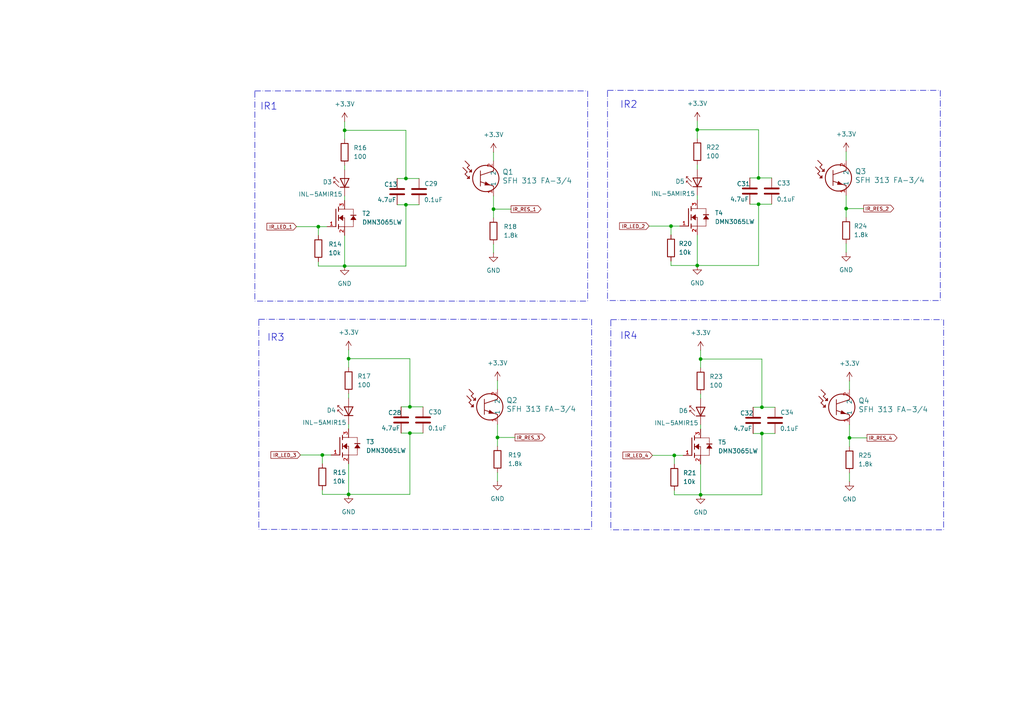
<source format=kicad_sch>
(kicad_sch
	(version 20231120)
	(generator "eeschema")
	(generator_version "8.0")
	(uuid "7a17376e-701c-424e-b82b-dfcebf2cd616")
	(paper "A4")
	(lib_symbols
		(symbol "DMN3065LW-7:DMN3065LW"
			(pin_names
				(offset 1.016)
			)
			(exclude_from_sim no)
			(in_bom yes)
			(on_board yes)
			(property "Reference" "T"
				(at -11.43 2.54 0)
				(effects
					(font
						(size 1.27 1.27)
					)
					(justify left bottom)
				)
			)
			(property "Value" "DMN3065LW"
				(at -11.43 0 0)
				(effects
					(font
						(size 1.27 1.27)
					)
					(justify left bottom)
				)
			)
			(property "Footprint" "DMN3065LW:SC70-3"
				(at 0 0 0)
				(effects
					(font
						(size 1.27 1.27)
					)
					(justify bottom)
					(hide yes)
				)
			)
			(property "Datasheet" ""
				(at 0 0 0)
				(effects
					(font
						(size 1.27 1.27)
					)
					(hide yes)
				)
			)
			(property "Description" ""
				(at 0 0 0)
				(effects
					(font
						(size 1.27 1.27)
					)
					(hide yes)
				)
			)
			(property "DigiKey_Part_Number" ""
				(at 0 0 0)
				(effects
					(font
						(size 1.27 1.27)
					)
					(justify bottom)
					(hide yes)
				)
			)
			(property "MF" "Diodes Incorporated"
				(at 0 0 0)
				(effects
					(font
						(size 1.27 1.27)
					)
					(justify bottom)
					(hide yes)
				)
			)
			(property "Purchase-URL" "https://www.snapeda.com/api/url_track_click_mouser/?unipart_id=13777928&manufacturer=Diodes Incorporated&part_name=DMN3065LW&search_term=None"
				(at 0 0 0)
				(effects
					(font
						(size 1.27 1.27)
					)
					(justify bottom)
					(hide yes)
				)
			)
			(property "Package" "None"
				(at 0 0 0)
				(effects
					(font
						(size 1.27 1.27)
					)
					(justify bottom)
					(hide yes)
				)
			)
			(property "SnapEDA_Link" "https://www.snapeda.com/parts/DMN3065LW/Diodes+Inc./view-part/?ref=snap"
				(at 0 0 0)
				(effects
					(font
						(size 1.27 1.27)
					)
					(justify bottom)
					(hide yes)
				)
			)
			(property "MP" "DMN3065LW"
				(at 0 0 0)
				(effects
					(font
						(size 1.27 1.27)
					)
					(justify bottom)
					(hide yes)
				)
			)
			(property "Description_1" "\nMOSFET 30V N-Ch Enh Mode 12Vgss 465pF 5.5nC\n"
				(at 0 0 0)
				(effects
					(font
						(size 1.27 1.27)
					)
					(justify bottom)
					(hide yes)
				)
			)
			(property "Check_prices" "https://www.snapeda.com/parts/DMN3065LW/Diodes+Inc./view-part/?ref=eda"
				(at 0 0 0)
				(effects
					(font
						(size 1.27 1.27)
					)
					(justify bottom)
					(hide yes)
				)
			)
			(symbol "DMN3065LW_0_0"
				(polyline
					(pts
						(xy 0 2.54) (xy 0 -2.54)
					)
					(stroke
						(width 0.254)
						(type default)
					)
					(fill
						(type none)
					)
				)
				(polyline
					(pts
						(xy 0.762 -2.54) (xy 0.762 -3.175)
					)
					(stroke
						(width 0.254)
						(type default)
					)
					(fill
						(type none)
					)
				)
				(polyline
					(pts
						(xy 0.762 -1.905) (xy 0.762 -2.54)
					)
					(stroke
						(width 0.254)
						(type default)
					)
					(fill
						(type none)
					)
				)
				(polyline
					(pts
						(xy 0.762 0) (xy 0.762 -0.762)
					)
					(stroke
						(width 0.254)
						(type default)
					)
					(fill
						(type none)
					)
				)
				(polyline
					(pts
						(xy 0.762 0) (xy 2.54 0)
					)
					(stroke
						(width 0.1524)
						(type default)
					)
					(fill
						(type none)
					)
				)
				(polyline
					(pts
						(xy 0.762 0.762) (xy 0.762 0)
					)
					(stroke
						(width 0.254)
						(type default)
					)
					(fill
						(type none)
					)
				)
				(polyline
					(pts
						(xy 0.762 2.54) (xy 0.762 1.905)
					)
					(stroke
						(width 0.254)
						(type default)
					)
					(fill
						(type none)
					)
				)
				(polyline
					(pts
						(xy 0.762 2.54) (xy 2.54 2.54)
					)
					(stroke
						(width 0.1524)
						(type default)
					)
					(fill
						(type none)
					)
				)
				(polyline
					(pts
						(xy 0.762 3.175) (xy 0.762 2.54)
					)
					(stroke
						(width 0.254)
						(type default)
					)
					(fill
						(type none)
					)
				)
				(polyline
					(pts
						(xy 2.54 -2.54) (xy 0.762 -2.54)
					)
					(stroke
						(width 0.1524)
						(type default)
					)
					(fill
						(type none)
					)
				)
				(polyline
					(pts
						(xy 2.54 -2.54) (xy 5.08 -2.54)
					)
					(stroke
						(width 0.127)
						(type default)
					)
					(fill
						(type none)
					)
				)
				(polyline
					(pts
						(xy 2.54 0) (xy 2.54 -2.54)
					)
					(stroke
						(width 0.1524)
						(type default)
					)
					(fill
						(type none)
					)
				)
				(polyline
					(pts
						(xy 5.08 -2.54) (xy 5.08 -1.016)
					)
					(stroke
						(width 0.127)
						(type default)
					)
					(fill
						(type none)
					)
				)
				(polyline
					(pts
						(xy 5.08 0.762) (xy 4.318 0.762)
					)
					(stroke
						(width 0.254)
						(type default)
					)
					(fill
						(type none)
					)
				)
				(polyline
					(pts
						(xy 5.08 0.762) (xy 5.08 -1.016)
					)
					(stroke
						(width 0.1524)
						(type default)
					)
					(fill
						(type none)
					)
				)
				(polyline
					(pts
						(xy 5.08 1.016) (xy 5.08 2.54)
					)
					(stroke
						(width 0.127)
						(type default)
					)
					(fill
						(type none)
					)
				)
				(polyline
					(pts
						(xy 5.08 2.54) (xy 2.54 2.54)
					)
					(stroke
						(width 0.127)
						(type default)
					)
					(fill
						(type none)
					)
				)
				(polyline
					(pts
						(xy 5.842 0.762) (xy 5.08 0.762)
					)
					(stroke
						(width 0.254)
						(type default)
					)
					(fill
						(type none)
					)
				)
				(polyline
					(pts
						(xy 1.016 0) (xy 2.032 0.762) (xy 2.032 -0.762) (xy 1.016 0)
					)
					(stroke
						(width 0.1524)
						(type default)
					)
					(fill
						(type outline)
					)
				)
				(polyline
					(pts
						(xy 5.08 0.508) (xy 5.842 -0.508) (xy 4.318 -0.508) (xy 5.08 0.508)
					)
					(stroke
						(width 0.1524)
						(type default)
					)
					(fill
						(type outline)
					)
				)
				(pin passive line
					(at -2.54 -2.54 0)
					(length 2.54)
					(name "~"
						(effects
							(font
								(size 1.016 1.016)
							)
						)
					)
					(number "1"
						(effects
							(font
								(size 1.016 1.016)
							)
						)
					)
				)
				(pin passive line
					(at 2.54 -5.08 90)
					(length 2.54)
					(name "~"
						(effects
							(font
								(size 1.016 1.016)
							)
						)
					)
					(number "2"
						(effects
							(font
								(size 1.016 1.016)
							)
						)
					)
				)
				(pin passive line
					(at 2.54 5.08 270)
					(length 2.54)
					(name "~"
						(effects
							(font
								(size 1.016 1.016)
							)
						)
					)
					(number "3"
						(effects
							(font
								(size 1.016 1.016)
							)
						)
					)
				)
			)
		)
		(symbol "Device:C"
			(pin_numbers hide)
			(pin_names
				(offset 0.254)
			)
			(exclude_from_sim no)
			(in_bom yes)
			(on_board yes)
			(property "Reference" "C"
				(at 0.635 2.54 0)
				(effects
					(font
						(size 1.27 1.27)
					)
					(justify left)
				)
			)
			(property "Value" "C"
				(at 0.635 -2.54 0)
				(effects
					(font
						(size 1.27 1.27)
					)
					(justify left)
				)
			)
			(property "Footprint" ""
				(at 0.9652 -3.81 0)
				(effects
					(font
						(size 1.27 1.27)
					)
					(hide yes)
				)
			)
			(property "Datasheet" "~"
				(at 0 0 0)
				(effects
					(font
						(size 1.27 1.27)
					)
					(hide yes)
				)
			)
			(property "Description" "Unpolarized capacitor"
				(at 0 0 0)
				(effects
					(font
						(size 1.27 1.27)
					)
					(hide yes)
				)
			)
			(property "ki_keywords" "cap capacitor"
				(at 0 0 0)
				(effects
					(font
						(size 1.27 1.27)
					)
					(hide yes)
				)
			)
			(property "ki_fp_filters" "C_*"
				(at 0 0 0)
				(effects
					(font
						(size 1.27 1.27)
					)
					(hide yes)
				)
			)
			(symbol "C_0_1"
				(polyline
					(pts
						(xy -2.032 -0.762) (xy 2.032 -0.762)
					)
					(stroke
						(width 0.508)
						(type default)
					)
					(fill
						(type none)
					)
				)
				(polyline
					(pts
						(xy -2.032 0.762) (xy 2.032 0.762)
					)
					(stroke
						(width 0.508)
						(type default)
					)
					(fill
						(type none)
					)
				)
			)
			(symbol "C_1_1"
				(pin passive line
					(at 0 3.81 270)
					(length 2.794)
					(name "~"
						(effects
							(font
								(size 1.27 1.27)
							)
						)
					)
					(number "1"
						(effects
							(font
								(size 1.27 1.27)
							)
						)
					)
				)
				(pin passive line
					(at 0 -3.81 90)
					(length 2.794)
					(name "~"
						(effects
							(font
								(size 1.27 1.27)
							)
						)
					)
					(number "2"
						(effects
							(font
								(size 1.27 1.27)
							)
						)
					)
				)
			)
		)
		(symbol "Device:R"
			(pin_numbers hide)
			(pin_names
				(offset 0)
			)
			(exclude_from_sim no)
			(in_bom yes)
			(on_board yes)
			(property "Reference" "R"
				(at 2.032 0 90)
				(effects
					(font
						(size 1.27 1.27)
					)
				)
			)
			(property "Value" "R"
				(at 0 0 90)
				(effects
					(font
						(size 1.27 1.27)
					)
				)
			)
			(property "Footprint" ""
				(at -1.778 0 90)
				(effects
					(font
						(size 1.27 1.27)
					)
					(hide yes)
				)
			)
			(property "Datasheet" "~"
				(at 0 0 0)
				(effects
					(font
						(size 1.27 1.27)
					)
					(hide yes)
				)
			)
			(property "Description" "Resistor"
				(at 0 0 0)
				(effects
					(font
						(size 1.27 1.27)
					)
					(hide yes)
				)
			)
			(property "ki_keywords" "R res resistor"
				(at 0 0 0)
				(effects
					(font
						(size 1.27 1.27)
					)
					(hide yes)
				)
			)
			(property "ki_fp_filters" "R_*"
				(at 0 0 0)
				(effects
					(font
						(size 1.27 1.27)
					)
					(hide yes)
				)
			)
			(symbol "R_0_1"
				(rectangle
					(start -1.016 -2.54)
					(end 1.016 2.54)
					(stroke
						(width 0.254)
						(type default)
					)
					(fill
						(type none)
					)
				)
			)
			(symbol "R_1_1"
				(pin passive line
					(at 0 3.81 270)
					(length 1.27)
					(name "~"
						(effects
							(font
								(size 1.27 1.27)
							)
						)
					)
					(number "1"
						(effects
							(font
								(size 1.27 1.27)
							)
						)
					)
				)
				(pin passive line
					(at 0 -3.81 90)
					(length 1.27)
					(name "~"
						(effects
							(font
								(size 1.27 1.27)
							)
						)
					)
					(number "2"
						(effects
							(font
								(size 1.27 1.27)
							)
						)
					)
				)
			)
		)
		(symbol "LED:SFH4550"
			(pin_numbers hide)
			(pin_names
				(offset 1.016) hide)
			(exclude_from_sim no)
			(in_bom yes)
			(on_board yes)
			(property "Reference" "D"
				(at 0.508 1.778 0)
				(effects
					(font
						(size 1.27 1.27)
					)
					(justify left)
				)
			)
			(property "Value" "SFH4550"
				(at -1.016 -2.794 0)
				(effects
					(font
						(size 1.27 1.27)
					)
				)
			)
			(property "Footprint" "LED_THT:LED_D5.0mm_IRGrey"
				(at 0 4.445 0)
				(effects
					(font
						(size 1.27 1.27)
					)
					(hide yes)
				)
			)
			(property "Datasheet" "http://www.osram-os.com/Graphics/XPic3/00116140_0.pdf"
				(at -1.27 0 0)
				(effects
					(font
						(size 1.27 1.27)
					)
					(hide yes)
				)
			)
			(property "Description" "950nm High-Power IR-LED, 5mm"
				(at 0 0 0)
				(effects
					(font
						(size 1.27 1.27)
					)
					(hide yes)
				)
			)
			(property "ki_keywords" "IR LED"
				(at 0 0 0)
				(effects
					(font
						(size 1.27 1.27)
					)
					(hide yes)
				)
			)
			(property "ki_fp_filters" "LED*5.0mm*IRGrey*"
				(at 0 0 0)
				(effects
					(font
						(size 1.27 1.27)
					)
					(hide yes)
				)
			)
			(symbol "SFH4550_0_1"
				(polyline
					(pts
						(xy -2.54 1.27) (xy -2.54 -1.27)
					)
					(stroke
						(width 0.254)
						(type default)
					)
					(fill
						(type none)
					)
				)
				(polyline
					(pts
						(xy 0 0) (xy -2.54 0)
					)
					(stroke
						(width 0)
						(type default)
					)
					(fill
						(type none)
					)
				)
				(polyline
					(pts
						(xy 0.381 3.175) (xy -0.127 3.175)
					)
					(stroke
						(width 0)
						(type default)
					)
					(fill
						(type none)
					)
				)
				(polyline
					(pts
						(xy -1.143 1.651) (xy 0.381 3.175) (xy 0.381 2.667)
					)
					(stroke
						(width 0)
						(type default)
					)
					(fill
						(type none)
					)
				)
				(polyline
					(pts
						(xy 0 -1.27) (xy -2.54 0) (xy 0 1.27) (xy 0 -1.27)
					)
					(stroke
						(width 0.254)
						(type default)
					)
					(fill
						(type none)
					)
				)
				(polyline
					(pts
						(xy -2.413 1.651) (xy -0.889 3.175) (xy -0.889 2.667) (xy -0.889 3.175) (xy -1.397 3.175)
					)
					(stroke
						(width 0)
						(type default)
					)
					(fill
						(type none)
					)
				)
			)
			(symbol "SFH4550_1_1"
				(pin passive line
					(at -5.08 0 0)
					(length 2.54)
					(name "K"
						(effects
							(font
								(size 1.27 1.27)
							)
						)
					)
					(number "1"
						(effects
							(font
								(size 1.27 1.27)
							)
						)
					)
				)
				(pin passive line
					(at 2.54 0 180)
					(length 2.54)
					(name "A"
						(effects
							(font
								(size 1.27 1.27)
							)
						)
					)
					(number "2"
						(effects
							(font
								(size 1.27 1.27)
							)
						)
					)
				)
			)
		)
		(symbol "SFH_313_FA_5mm:SFH_313_FA-3_4"
			(pin_names
				(offset 0.254)
			)
			(exclude_from_sim no)
			(in_bom yes)
			(on_board yes)
			(property "Reference" "Q"
				(at 2.54 -2.54 0)
				(effects
					(font
						(size 1.524 1.524)
					)
				)
			)
			(property "Value" "SFH 313 FA-3/4"
				(at 2.54 -7.62 0)
				(effects
					(font
						(size 1.524 1.524)
					)
				)
			)
			(property "Footprint" "SFH 313 FA-3/4_OSR"
				(at 0 0 0)
				(effects
					(font
						(size 1.27 1.27)
						(italic yes)
					)
					(hide yes)
				)
			)
			(property "Datasheet" "SFH 313 FA-3/4"
				(at 0 0 0)
				(effects
					(font
						(size 1.27 1.27)
						(italic yes)
					)
					(hide yes)
				)
			)
			(property "Description" ""
				(at 0 0 0)
				(effects
					(font
						(size 1.27 1.27)
					)
					(hide yes)
				)
			)
			(property "ki_locked" ""
				(at 0 0 0)
				(effects
					(font
						(size 1.27 1.27)
					)
				)
			)
			(property "ki_keywords" "SFH 313 FA-3/4"
				(at 0 0 0)
				(effects
					(font
						(size 1.27 1.27)
					)
					(hide yes)
				)
			)
			(property "ki_fp_filters" "SFH 313 FA-3/4_OSR"
				(at 0 0 0)
				(effects
					(font
						(size 1.27 1.27)
					)
					(hide yes)
				)
			)
			(symbol "SFH_313_FA-3_4_0_1"
				(circle
					(center -2.2352 -5.08)
					(radius 3.81)
					(stroke
						(width 0.254)
						(type default)
					)
					(fill
						(type none)
					)
				)
				(polyline
					(pts
						(xy -8.89 -1.905) (xy -7.62 -3.175)
					)
					(stroke
						(width 0.2032)
						(type default)
					)
					(fill
						(type none)
					)
				)
				(polyline
					(pts
						(xy -8.255 -3.81) (xy -6.985 -5.08)
					)
					(stroke
						(width 0.2032)
						(type default)
					)
					(fill
						(type none)
					)
				)
				(polyline
					(pts
						(xy -8.255 0) (xy -6.985 -1.27)
					)
					(stroke
						(width 0.2032)
						(type default)
					)
					(fill
						(type none)
					)
				)
				(polyline
					(pts
						(xy -7.62 -5.08) (xy -6.985 -5.08)
					)
					(stroke
						(width 0.2032)
						(type default)
					)
					(fill
						(type none)
					)
				)
				(polyline
					(pts
						(xy -7.62 -3.175) (xy -8.255 -3.81)
					)
					(stroke
						(width 0.2032)
						(type default)
					)
					(fill
						(type none)
					)
				)
				(polyline
					(pts
						(xy -7.62 -1.905) (xy -6.35 -3.175)
					)
					(stroke
						(width 0.2032)
						(type default)
					)
					(fill
						(type none)
					)
				)
				(polyline
					(pts
						(xy -6.985 -5.08) (xy -6.985 -4.445)
					)
					(stroke
						(width 0.2032)
						(type default)
					)
					(fill
						(type none)
					)
				)
				(polyline
					(pts
						(xy -6.985 -4.445) (xy -7.62 -5.08)
					)
					(stroke
						(width 0.2032)
						(type default)
					)
					(fill
						(type none)
					)
				)
				(polyline
					(pts
						(xy -6.985 -3.175) (xy -6.35 -3.175)
					)
					(stroke
						(width 0.2032)
						(type default)
					)
					(fill
						(type none)
					)
				)
				(polyline
					(pts
						(xy -6.985 -1.27) (xy -7.62 -1.905)
					)
					(stroke
						(width 0.2032)
						(type default)
					)
					(fill
						(type none)
					)
				)
				(polyline
					(pts
						(xy -6.35 -3.175) (xy -6.35 -2.54)
					)
					(stroke
						(width 0.2032)
						(type default)
					)
					(fill
						(type none)
					)
				)
				(polyline
					(pts
						(xy -6.35 -2.54) (xy -6.985 -3.175)
					)
					(stroke
						(width 0.2032)
						(type default)
					)
					(fill
						(type none)
					)
				)
				(polyline
					(pts
						(xy -3.81 -7.2898) (xy -3.81 -2.8702)
					)
					(stroke
						(width 0.2032)
						(type default)
					)
					(fill
						(type none)
					)
				)
				(polyline
					(pts
						(xy -3.81 -6.0198) (xy 0 -7.2898)
					)
					(stroke
						(width 0.2032)
						(type default)
					)
					(fill
						(type none)
					)
				)
				(polyline
					(pts
						(xy -3.81 -4.1402) (xy 0 -2.8702)
					)
					(stroke
						(width 0.2032)
						(type default)
					)
					(fill
						(type none)
					)
				)
				(polyline
					(pts
						(xy 0 -7.62) (xy 0 -7.2898)
					)
					(stroke
						(width 0.2032)
						(type default)
					)
					(fill
						(type none)
					)
				)
				(polyline
					(pts
						(xy 0 -2.8702) (xy 0 -2.54)
					)
					(stroke
						(width 0.2032)
						(type default)
					)
					(fill
						(type none)
					)
				)
				(polyline
					(pts
						(xy -2.2352 -6.0198) (xy -2.54 -6.985) (xy -0.9652 -6.985)
					)
					(stroke
						(width 0)
						(type default)
					)
					(fill
						(type outline)
					)
				)
				(pin unspecified line
					(at 0 -10.16 90)
					(length 2.54)
					(name "1"
						(effects
							(font
								(size 1.27 1.27)
							)
						)
					)
					(number "1"
						(effects
							(font
								(size 1.27 1.27)
							)
						)
					)
				)
				(pin unspecified line
					(at 0 0 270)
					(length 2.54)
					(name "2"
						(effects
							(font
								(size 1.27 1.27)
							)
						)
					)
					(number "2"
						(effects
							(font
								(size 1.27 1.27)
							)
						)
					)
				)
			)
		)
		(symbol "power:+3.3V"
			(power)
			(pin_numbers hide)
			(pin_names
				(offset 0) hide)
			(exclude_from_sim no)
			(in_bom yes)
			(on_board yes)
			(property "Reference" "#PWR"
				(at 0 -3.81 0)
				(effects
					(font
						(size 1.27 1.27)
					)
					(hide yes)
				)
			)
			(property "Value" "+3.3V"
				(at 0 3.556 0)
				(effects
					(font
						(size 1.27 1.27)
					)
				)
			)
			(property "Footprint" ""
				(at 0 0 0)
				(effects
					(font
						(size 1.27 1.27)
					)
					(hide yes)
				)
			)
			(property "Datasheet" ""
				(at 0 0 0)
				(effects
					(font
						(size 1.27 1.27)
					)
					(hide yes)
				)
			)
			(property "Description" "Power symbol creates a global label with name \"+3.3V\""
				(at 0 0 0)
				(effects
					(font
						(size 1.27 1.27)
					)
					(hide yes)
				)
			)
			(property "ki_keywords" "global power"
				(at 0 0 0)
				(effects
					(font
						(size 1.27 1.27)
					)
					(hide yes)
				)
			)
			(symbol "+3.3V_0_1"
				(polyline
					(pts
						(xy -0.762 1.27) (xy 0 2.54)
					)
					(stroke
						(width 0)
						(type default)
					)
					(fill
						(type none)
					)
				)
				(polyline
					(pts
						(xy 0 0) (xy 0 2.54)
					)
					(stroke
						(width 0)
						(type default)
					)
					(fill
						(type none)
					)
				)
				(polyline
					(pts
						(xy 0 2.54) (xy 0.762 1.27)
					)
					(stroke
						(width 0)
						(type default)
					)
					(fill
						(type none)
					)
				)
			)
			(symbol "+3.3V_1_1"
				(pin power_in line
					(at 0 0 90)
					(length 0)
					(name "~"
						(effects
							(font
								(size 1.27 1.27)
							)
						)
					)
					(number "1"
						(effects
							(font
								(size 1.27 1.27)
							)
						)
					)
				)
			)
		)
		(symbol "power:GND"
			(power)
			(pin_numbers hide)
			(pin_names
				(offset 0) hide)
			(exclude_from_sim no)
			(in_bom yes)
			(on_board yes)
			(property "Reference" "#PWR"
				(at 0 -6.35 0)
				(effects
					(font
						(size 1.27 1.27)
					)
					(hide yes)
				)
			)
			(property "Value" "GND"
				(at 0 -3.81 0)
				(effects
					(font
						(size 1.27 1.27)
					)
				)
			)
			(property "Footprint" ""
				(at 0 0 0)
				(effects
					(font
						(size 1.27 1.27)
					)
					(hide yes)
				)
			)
			(property "Datasheet" ""
				(at 0 0 0)
				(effects
					(font
						(size 1.27 1.27)
					)
					(hide yes)
				)
			)
			(property "Description" "Power symbol creates a global label with name \"GND\" , ground"
				(at 0 0 0)
				(effects
					(font
						(size 1.27 1.27)
					)
					(hide yes)
				)
			)
			(property "ki_keywords" "global power"
				(at 0 0 0)
				(effects
					(font
						(size 1.27 1.27)
					)
					(hide yes)
				)
			)
			(symbol "GND_0_1"
				(polyline
					(pts
						(xy 0 0) (xy 0 -1.27) (xy 1.27 -1.27) (xy 0 -2.54) (xy -1.27 -1.27) (xy 0 -1.27)
					)
					(stroke
						(width 0)
						(type default)
					)
					(fill
						(type none)
					)
				)
			)
			(symbol "GND_1_1"
				(pin power_in line
					(at 0 0 270)
					(length 0)
					(name "~"
						(effects
							(font
								(size 1.27 1.27)
							)
						)
					)
					(number "1"
						(effects
							(font
								(size 1.27 1.27)
							)
						)
					)
				)
			)
		)
	)
	(junction
		(at 246.38 127)
		(diameter 0)
		(color 0 0 0 0)
		(uuid "00b14b25-67ce-4ba4-b3dd-11b1b67278e1")
	)
	(junction
		(at 220.98 118.11)
		(diameter 0)
		(color 0 0 0 0)
		(uuid "145ae743-2445-4caa-998a-2bb4c1959522")
	)
	(junction
		(at 245.4174 60.4989)
		(diameter 0)
		(color 0 0 0 0)
		(uuid "293924eb-7481-46ce-abc8-256e008680e0")
	)
	(junction
		(at 220.98 125.73)
		(diameter 0)
		(color 0 0 0 0)
		(uuid "2f4a4fab-a5f3-4c8e-a709-66d19187186d")
	)
	(junction
		(at 101.1066 143.3967)
		(diameter 0)
		(color 0 0 0 0)
		(uuid "37f2cb9e-becd-439b-a144-780344e1b9c7")
	)
	(junction
		(at 203.2 143.51)
		(diameter 0)
		(color 0 0 0 0)
		(uuid "3d62bffa-62c4-4a6d-97ad-80b9e8d24c7b")
	)
	(junction
		(at 117.7339 51.7707)
		(diameter 0)
		(color 0 0 0 0)
		(uuid "4142df2e-d08c-481d-889a-de7a333f1526")
	)
	(junction
		(at 202.2374 77.0089)
		(diameter 0)
		(color 0 0 0 0)
		(uuid "42e82931-16ed-4d69-b199-154b12c1e5d1")
	)
	(junction
		(at 194.6174 65.5789)
		(diameter 0)
		(color 0 0 0 0)
		(uuid "50414586-2950-45b2-9c66-6df31c404462")
	)
	(junction
		(at 92.3339 65.7407)
		(diameter 0)
		(color 0 0 0 0)
		(uuid "675db8fb-008e-44c5-9a93-fce0ff87675b")
	)
	(junction
		(at 202.2374 37.6389)
		(diameter 0)
		(color 0 0 0 0)
		(uuid "689754aa-6fc6-44c1-8309-d52823e18738")
	)
	(junction
		(at 118.8866 125.6167)
		(diameter 0)
		(color 0 0 0 0)
		(uuid "70233d8b-2f51-4a81-b91a-802c0180b447")
	)
	(junction
		(at 220.0174 59.2289)
		(diameter 0)
		(color 0 0 0 0)
		(uuid "7bf2a28f-c925-49ed-9b0b-976ccfadda6e")
	)
	(junction
		(at 220.0174 51.6089)
		(diameter 0)
		(color 0 0 0 0)
		(uuid "8646b40b-d938-4640-9c3d-2e31db1325a3")
	)
	(junction
		(at 144.2866 126.8867)
		(diameter 0)
		(color 0 0 0 0)
		(uuid "871014b6-e8f7-4c4a-8f33-7f28c883daf6")
	)
	(junction
		(at 118.8866 117.9967)
		(diameter 0)
		(color 0 0 0 0)
		(uuid "88591b99-fcb1-49ba-a57b-466465d9e1c7")
	)
	(junction
		(at 195.58 132.08)
		(diameter 0)
		(color 0 0 0 0)
		(uuid "8e13b387-f5bb-41b8-b34f-f0c5f537d2f2")
	)
	(junction
		(at 99.9539 37.8007)
		(diameter 0)
		(color 0 0 0 0)
		(uuid "9068fb9e-5fa1-4045-b9df-a27a0ee9981b")
	)
	(junction
		(at 203.2 104.14)
		(diameter 0)
		(color 0 0 0 0)
		(uuid "970b785f-e073-4270-be46-3e5c0764e42b")
	)
	(junction
		(at 99.9539 77.1707)
		(diameter 0)
		(color 0 0 0 0)
		(uuid "ab3ab5d4-317a-4739-8a48-eaaf2fb738f7")
	)
	(junction
		(at 143.1339 60.6607)
		(diameter 0)
		(color 0 0 0 0)
		(uuid "b186a636-db25-4c76-88c4-fc6461ace267")
	)
	(junction
		(at 101.1066 104.0267)
		(diameter 0)
		(color 0 0 0 0)
		(uuid "b7b58de2-b21a-41bc-9de1-9d9e2e33fdb5")
	)
	(junction
		(at 93.4866 131.9667)
		(diameter 0)
		(color 0 0 0 0)
		(uuid "ec17cd7f-e6f2-4fc2-960f-f04752522b13")
	)
	(junction
		(at 117.7339 59.3907)
		(diameter 0)
		(color 0 0 0 0)
		(uuid "faac27c8-a7c7-4876-ab38-3d0fe2047288")
	)
	(wire
		(pts
			(xy 99.9539 77.1707) (xy 117.7339 77.1707)
		)
		(stroke
			(width 0)
			(type default)
		)
		(uuid "01cbc00f-2b1a-4638-b347-d9882e870240")
	)
	(wire
		(pts
			(xy 115.1939 51.7707) (xy 117.7339 51.7707)
		)
		(stroke
			(width 0)
			(type default)
		)
		(uuid "08afc82a-2918-4816-affd-0efc950eed90")
	)
	(wire
		(pts
			(xy 218.44 125.73) (xy 220.98 125.73)
		)
		(stroke
			(width 0)
			(type default)
		)
		(uuid "08b6ed0b-2f32-43ec-aecc-de1190e26879")
	)
	(wire
		(pts
			(xy 189.23 132.08) (xy 195.58 132.08)
		)
		(stroke
			(width 0)
			(type default)
		)
		(uuid "100226e4-c71b-4e81-9783-53e1be355cb9")
	)
	(wire
		(pts
			(xy 99.9539 56.8507) (xy 99.9539 58.1207)
		)
		(stroke
			(width 0)
			(type default)
		)
		(uuid "143704dc-942f-4710-bc6d-d9471c4d8c19")
	)
	(wire
		(pts
			(xy 101.1066 101.4867) (xy 101.1066 104.0267)
		)
		(stroke
			(width 0)
			(type default)
		)
		(uuid "166010cd-540b-4871-94f5-5f1a69ce2c06")
	)
	(wire
		(pts
			(xy 117.7339 59.3907) (xy 121.5439 59.3907)
		)
		(stroke
			(width 0)
			(type default)
		)
		(uuid "1877b65a-b5e6-423b-a606-9c0f37439594")
	)
	(wire
		(pts
			(xy 245.4174 70.6589) (xy 245.4174 73.1989)
		)
		(stroke
			(width 0)
			(type default)
		)
		(uuid "1a1005d4-24dc-43bf-bffc-9dece545c0fb")
	)
	(wire
		(pts
			(xy 101.1066 106.5667) (xy 101.1066 104.0267)
		)
		(stroke
			(width 0)
			(type default)
		)
		(uuid "214bed8d-bad1-45e1-b2ed-973ee08fec1a")
	)
	(wire
		(pts
			(xy 195.58 143.51) (xy 195.58 142.24)
		)
		(stroke
			(width 0)
			(type default)
		)
		(uuid "263117b3-81da-43c6-bc74-db627c111ce8")
	)
	(wire
		(pts
			(xy 203.2 123.19) (xy 203.2 124.46)
		)
		(stroke
			(width 0)
			(type default)
		)
		(uuid "290e3caa-d3bd-4ae9-a542-c76d5b5ce44c")
	)
	(wire
		(pts
			(xy 246.38 127) (xy 246.38 129.54)
		)
		(stroke
			(width 0)
			(type default)
		)
		(uuid "2d120334-998c-4618-bb6c-25d70692d826")
	)
	(wire
		(pts
			(xy 93.4866 131.9667) (xy 96.0266 131.9667)
		)
		(stroke
			(width 0)
			(type default)
		)
		(uuid "2fb0fe7b-50bf-4b66-8cf0-5a1c3269deb9")
	)
	(wire
		(pts
			(xy 220.0174 37.6389) (xy 202.2374 37.6389)
		)
		(stroke
			(width 0)
			(type default)
		)
		(uuid "327d651e-2f64-4ea6-a07e-3256cc44b207")
	)
	(wire
		(pts
			(xy 99.9539 68.2807) (xy 99.9539 77.1707)
		)
		(stroke
			(width 0)
			(type default)
		)
		(uuid "32d9fcd0-5fb7-40d3-b297-2f634b6aa4f0")
	)
	(wire
		(pts
			(xy 143.1339 60.6607) (xy 148.2139 60.6607)
		)
		(stroke
			(width 0)
			(type default)
		)
		(uuid "352d661a-9cf7-4a8c-96c7-1ec44336a6c3")
	)
	(wire
		(pts
			(xy 246.38 137.16) (xy 246.38 139.7)
		)
		(stroke
			(width 0)
			(type default)
		)
		(uuid "354b9c38-8d34-4093-bdc7-cf12a24bef11")
	)
	(wire
		(pts
			(xy 93.4866 143.3967) (xy 93.4866 142.1267)
		)
		(stroke
			(width 0)
			(type default)
		)
		(uuid "3692ee4f-4d59-4275-867d-9dcb318dab93")
	)
	(wire
		(pts
			(xy 195.58 132.08) (xy 198.12 132.08)
		)
		(stroke
			(width 0)
			(type default)
		)
		(uuid "3905e2b4-24db-46fe-8bf3-6a938f564ac7")
	)
	(wire
		(pts
			(xy 218.44 118.11) (xy 220.98 118.11)
		)
		(stroke
			(width 0)
			(type default)
		)
		(uuid "397cd96a-8c29-406f-897c-6be5a3fadc9a")
	)
	(wire
		(pts
			(xy 92.3339 77.1707) (xy 99.9539 77.1707)
		)
		(stroke
			(width 0)
			(type default)
		)
		(uuid "3abdcc9a-4527-4279-98f0-86049a0d321c")
	)
	(wire
		(pts
			(xy 117.7339 51.7707) (xy 121.5439 51.7707)
		)
		(stroke
			(width 0)
			(type default)
		)
		(uuid "3bdf29d4-33b1-4184-9345-4356a26d5a91")
	)
	(wire
		(pts
			(xy 220.98 125.73) (xy 220.98 143.51)
		)
		(stroke
			(width 0)
			(type default)
		)
		(uuid "415e2c7e-869a-4108-ae4f-2cb11b3d47b2")
	)
	(wire
		(pts
			(xy 144.2866 126.8867) (xy 144.2866 129.4267)
		)
		(stroke
			(width 0)
			(type default)
		)
		(uuid "454bc35e-adb3-48aa-b4ed-edc845630d97")
	)
	(wire
		(pts
			(xy 203.2 134.62) (xy 203.2 143.51)
		)
		(stroke
			(width 0)
			(type default)
		)
		(uuid "4761d6ee-bf14-4c60-ad65-2f65fa818b11")
	)
	(wire
		(pts
			(xy 220.98 118.11) (xy 224.79 118.11)
		)
		(stroke
			(width 0)
			(type default)
		)
		(uuid "4b49095f-a7ec-43b3-b2c8-e9d84ee96f83")
	)
	(wire
		(pts
			(xy 203.2 106.68) (xy 203.2 104.14)
		)
		(stroke
			(width 0)
			(type default)
		)
		(uuid "4c499409-cdd4-4087-b75d-8e28e59dadca")
	)
	(wire
		(pts
			(xy 202.2374 40.1789) (xy 202.2374 37.6389)
		)
		(stroke
			(width 0)
			(type default)
		)
		(uuid "4e0a2e45-b758-4ccf-a6ea-323835df48fe")
	)
	(wire
		(pts
			(xy 143.1339 60.6607) (xy 143.1339 63.2007)
		)
		(stroke
			(width 0)
			(type default)
		)
		(uuid "4f240692-7ace-4793-8753-f188d760a1d1")
	)
	(wire
		(pts
			(xy 220.0174 59.2289) (xy 223.8274 59.2289)
		)
		(stroke
			(width 0)
			(type default)
		)
		(uuid "4fe66334-695f-44d3-8df6-71f4f3201e5a")
	)
	(wire
		(pts
			(xy 143.1339 56.8507) (xy 143.1339 60.6607)
		)
		(stroke
			(width 0)
			(type default)
		)
		(uuid "51820234-f2c3-463e-ac20-743b5e81f19e")
	)
	(wire
		(pts
			(xy 220.98 118.11) (xy 220.98 104.14)
		)
		(stroke
			(width 0)
			(type default)
		)
		(uuid "585d599b-52a6-4d9f-bae2-e0bad6bc7fc9")
	)
	(wire
		(pts
			(xy 117.7339 59.3907) (xy 117.7339 77.1707)
		)
		(stroke
			(width 0)
			(type default)
		)
		(uuid "58e0baed-8c0d-4388-abb6-ab9878c461ee")
	)
	(wire
		(pts
			(xy 194.6174 65.5789) (xy 194.6174 68.1189)
		)
		(stroke
			(width 0)
			(type default)
		)
		(uuid "59fe6107-2f77-4dec-94ae-36eb0fe97757")
	)
	(wire
		(pts
			(xy 220.98 125.73) (xy 224.79 125.73)
		)
		(stroke
			(width 0)
			(type default)
		)
		(uuid "5b5f12a6-debc-4c34-a35e-6f8ddcb9a683")
	)
	(wire
		(pts
			(xy 217.4774 51.6089) (xy 220.0174 51.6089)
		)
		(stroke
			(width 0)
			(type default)
		)
		(uuid "5c7444f5-04b7-40f6-8c02-a2f921581e96")
	)
	(wire
		(pts
			(xy 118.8866 125.6167) (xy 118.8866 143.3967)
		)
		(stroke
			(width 0)
			(type default)
		)
		(uuid "5ed12ebd-8fd2-4863-a7c0-463170fef229")
	)
	(wire
		(pts
			(xy 246.38 110.49) (xy 246.38 113.03)
		)
		(stroke
			(width 0)
			(type default)
		)
		(uuid "62998e41-79e2-4d6e-980c-0f1b6eb6a941")
	)
	(wire
		(pts
			(xy 99.9539 47.9607) (xy 99.9539 49.2307)
		)
		(stroke
			(width 0)
			(type default)
		)
		(uuid "636c6f14-4b1d-4592-85cd-817f550a105c")
	)
	(wire
		(pts
			(xy 194.6174 77.0089) (xy 202.2374 77.0089)
		)
		(stroke
			(width 0)
			(type default)
		)
		(uuid "6e4fcb9c-0353-40d7-8e77-1d1140e8c50e")
	)
	(wire
		(pts
			(xy 220.98 104.14) (xy 203.2 104.14)
		)
		(stroke
			(width 0)
			(type default)
		)
		(uuid "70931170-b843-4cb8-9aed-64ec7191ca65")
	)
	(wire
		(pts
			(xy 202.2374 35.0989) (xy 202.2374 37.6389)
		)
		(stroke
			(width 0)
			(type default)
		)
		(uuid "7094bf72-153c-4fb0-876f-5a0a928ae28d")
	)
	(wire
		(pts
			(xy 144.2866 137.0467) (xy 144.2866 139.5867)
		)
		(stroke
			(width 0)
			(type default)
		)
		(uuid "72d8e9b9-7a46-4414-9dc8-c65af4945451")
	)
	(wire
		(pts
			(xy 195.58 132.08) (xy 195.58 134.62)
		)
		(stroke
			(width 0)
			(type default)
		)
		(uuid "7c239b1a-dcfb-4adb-aa90-c0ea6dd6dbb5")
	)
	(wire
		(pts
			(xy 117.7339 51.7707) (xy 117.7339 37.8007)
		)
		(stroke
			(width 0)
			(type default)
		)
		(uuid "7f102792-2c07-48f3-8833-419b81f43167")
	)
	(wire
		(pts
			(xy 246.38 123.19) (xy 246.38 127)
		)
		(stroke
			(width 0)
			(type default)
		)
		(uuid "7f69dd89-9d9f-4e3e-b7b0-9b99f25dc958")
	)
	(wire
		(pts
			(xy 195.58 143.51) (xy 203.2 143.51)
		)
		(stroke
			(width 0)
			(type default)
		)
		(uuid "81f992ae-43b6-4d0d-9bb6-ed09131231fb")
	)
	(wire
		(pts
			(xy 118.8866 117.9967) (xy 118.8866 104.0267)
		)
		(stroke
			(width 0)
			(type default)
		)
		(uuid "824edf22-9a8d-453a-8d64-05bd3f3c1d69")
	)
	(wire
		(pts
			(xy 93.4866 143.3967) (xy 101.1066 143.3967)
		)
		(stroke
			(width 0)
			(type default)
		)
		(uuid "86f9a47d-be5e-4e68-9c5b-004bbc5661d3")
	)
	(wire
		(pts
			(xy 245.4174 60.4989) (xy 250.4974 60.4989)
		)
		(stroke
			(width 0)
			(type default)
		)
		(uuid "873ae0d0-e455-4aec-bc2a-1ac3054a4f57")
	)
	(wire
		(pts
			(xy 101.1066 123.0767) (xy 101.1066 124.3467)
		)
		(stroke
			(width 0)
			(type default)
		)
		(uuid "896eaffd-0dc0-43fd-a051-f681a28afd4a")
	)
	(wire
		(pts
			(xy 220.0174 59.2289) (xy 220.0174 77.0089)
		)
		(stroke
			(width 0)
			(type default)
		)
		(uuid "8fa4dc82-46ab-4e9a-a540-69127928e6cc")
	)
	(wire
		(pts
			(xy 194.6174 65.5789) (xy 197.1574 65.5789)
		)
		(stroke
			(width 0)
			(type default)
		)
		(uuid "91a392f2-6c1a-4a04-93bd-46ceba646897")
	)
	(wire
		(pts
			(xy 93.4866 131.9667) (xy 93.4866 134.5067)
		)
		(stroke
			(width 0)
			(type default)
		)
		(uuid "940aa079-fc67-487a-958a-746866368041")
	)
	(wire
		(pts
			(xy 144.2866 110.3767) (xy 144.2866 112.9167)
		)
		(stroke
			(width 0)
			(type default)
		)
		(uuid "9563a50e-c093-4edd-b82c-daea4236f1c6")
	)
	(wire
		(pts
			(xy 118.8866 117.9967) (xy 122.6966 117.9967)
		)
		(stroke
			(width 0)
			(type default)
		)
		(uuid "9b6d7175-f310-4890-99fe-9b82cd265fc2")
	)
	(wire
		(pts
			(xy 144.2866 126.8867) (xy 149.3666 126.8867)
		)
		(stroke
			(width 0)
			(type default)
		)
		(uuid "9bb29d85-3793-4420-8f11-3de18757945e")
	)
	(wire
		(pts
			(xy 92.3339 65.7407) (xy 94.8739 65.7407)
		)
		(stroke
			(width 0)
			(type default)
		)
		(uuid "a6fac6d9-de7b-43c2-853f-7794aec82e2d")
	)
	(wire
		(pts
			(xy 144.2866 123.0767) (xy 144.2866 126.8867)
		)
		(stroke
			(width 0)
			(type default)
		)
		(uuid "a9b7717b-a9b6-4b5d-ac48-2ead344b2105")
	)
	(wire
		(pts
			(xy 217.4774 59.2289) (xy 220.0174 59.2289)
		)
		(stroke
			(width 0)
			(type default)
		)
		(uuid "abcbfcb5-af32-487c-a8dd-7093c4cf7fba")
	)
	(wire
		(pts
			(xy 194.6174 77.0089) (xy 194.6174 75.7389)
		)
		(stroke
			(width 0)
			(type default)
		)
		(uuid "b30209b6-b1a2-4fb6-8537-9d04646f4f33")
	)
	(wire
		(pts
			(xy 118.8866 125.6167) (xy 122.6966 125.6167)
		)
		(stroke
			(width 0)
			(type default)
		)
		(uuid "b30c24ce-e5f1-4010-82c5-37748e62af47")
	)
	(wire
		(pts
			(xy 143.1339 44.1507) (xy 143.1339 46.6907)
		)
		(stroke
			(width 0)
			(type default)
		)
		(uuid "b62e1965-8308-4383-9382-b82832f0077b")
	)
	(wire
		(pts
			(xy 245.4174 60.4989) (xy 245.4174 63.0389)
		)
		(stroke
			(width 0)
			(type default)
		)
		(uuid "b8710a54-836c-439e-8edd-fab5178bacf3")
	)
	(wire
		(pts
			(xy 92.3339 77.1707) (xy 92.3339 75.9007)
		)
		(stroke
			(width 0)
			(type default)
		)
		(uuid "bcd57a5e-06f6-412a-8339-9cd26d38a89a")
	)
	(wire
		(pts
			(xy 220.0174 51.6089) (xy 220.0174 37.6389)
		)
		(stroke
			(width 0)
			(type default)
		)
		(uuid "bec5e3b2-f2e2-4001-b0ae-be9aacd61807")
	)
	(wire
		(pts
			(xy 203.2 114.3) (xy 203.2 115.57)
		)
		(stroke
			(width 0)
			(type default)
		)
		(uuid "c0de7a00-9dc2-4870-aef9-7c625235196c")
	)
	(wire
		(pts
			(xy 203.2 101.6) (xy 203.2 104.14)
		)
		(stroke
			(width 0)
			(type default)
		)
		(uuid "c3ec3c58-9510-4e76-9c97-323dfc728a69")
	)
	(wire
		(pts
			(xy 85.9839 65.7407) (xy 92.3339 65.7407)
		)
		(stroke
			(width 0)
			(type default)
		)
		(uuid "c46fc18c-669c-447a-931e-3f9565cfcf15")
	)
	(wire
		(pts
			(xy 118.8866 104.0267) (xy 101.1066 104.0267)
		)
		(stroke
			(width 0)
			(type default)
		)
		(uuid "c47ea75d-1c86-4a3e-b127-78a11ec9d119")
	)
	(wire
		(pts
			(xy 188.2674 65.5789) (xy 194.6174 65.5789)
		)
		(stroke
			(width 0)
			(type default)
		)
		(uuid "c65ce45f-ddd6-499a-b788-67104c39300a")
	)
	(wire
		(pts
			(xy 202.2374 47.7989) (xy 202.2374 49.0689)
		)
		(stroke
			(width 0)
			(type default)
		)
		(uuid "c7381685-9e2b-4304-b821-f5b89eccec1f")
	)
	(wire
		(pts
			(xy 87.1366 131.9667) (xy 93.4866 131.9667)
		)
		(stroke
			(width 0)
			(type default)
		)
		(uuid "c9413cd0-6014-4265-921c-ad47f4a14170")
	)
	(wire
		(pts
			(xy 115.1939 59.3907) (xy 117.7339 59.3907)
		)
		(stroke
			(width 0)
			(type default)
		)
		(uuid "c9aefc5a-d94f-499c-902a-4585a953b842")
	)
	(wire
		(pts
			(xy 245.4174 56.6889) (xy 245.4174 60.4989)
		)
		(stroke
			(width 0)
			(type default)
		)
		(uuid "cd12dd4c-8cde-42cf-a3fa-43ac8d455a18")
	)
	(wire
		(pts
			(xy 99.9539 40.3407) (xy 99.9539 37.8007)
		)
		(stroke
			(width 0)
			(type default)
		)
		(uuid "d0eb2f50-23c1-4b09-a28d-dab75784d729")
	)
	(wire
		(pts
			(xy 246.38 127) (xy 251.46 127)
		)
		(stroke
			(width 0)
			(type default)
		)
		(uuid "d25eb8de-9ff0-46e5-8ee0-224c25eb7a2e")
	)
	(wire
		(pts
			(xy 202.2374 68.1189) (xy 202.2374 77.0089)
		)
		(stroke
			(width 0)
			(type default)
		)
		(uuid "d6d36259-da46-475b-ba18-6116d4921570")
	)
	(wire
		(pts
			(xy 101.1066 134.5067) (xy 101.1066 143.3967)
		)
		(stroke
			(width 0)
			(type default)
		)
		(uuid "d921f9d6-c273-4df2-830b-eb1d7b669798")
	)
	(wire
		(pts
			(xy 117.7339 37.8007) (xy 99.9539 37.8007)
		)
		(stroke
			(width 0)
			(type default)
		)
		(uuid "daa74b29-4ace-474c-8ea0-da9741977a61")
	)
	(wire
		(pts
			(xy 245.4174 43.9889) (xy 245.4174 46.5289)
		)
		(stroke
			(width 0)
			(type default)
		)
		(uuid "dbc48ba1-d099-4fb1-a891-c28d4144226f")
	)
	(wire
		(pts
			(xy 202.2374 77.0089) (xy 220.0174 77.0089)
		)
		(stroke
			(width 0)
			(type default)
		)
		(uuid "ddd98f59-2bb6-43b9-9012-3c8236b1f6da")
	)
	(wire
		(pts
			(xy 101.1066 143.3967) (xy 118.8866 143.3967)
		)
		(stroke
			(width 0)
			(type default)
		)
		(uuid "e438383a-a042-48da-87f7-683ac8538c4d")
	)
	(wire
		(pts
			(xy 116.3466 117.9967) (xy 118.8866 117.9967)
		)
		(stroke
			(width 0)
			(type default)
		)
		(uuid "efb199c6-61ef-45c6-863f-f1eb24927a23")
	)
	(wire
		(pts
			(xy 202.2374 56.6889) (xy 202.2374 57.9589)
		)
		(stroke
			(width 0)
			(type default)
		)
		(uuid "f18230c5-e2b3-4650-8c6c-cc509ed57373")
	)
	(wire
		(pts
			(xy 101.1066 114.1867) (xy 101.1066 115.4567)
		)
		(stroke
			(width 0)
			(type default)
		)
		(uuid "f2fa0116-8113-4b19-9321-2d5b2f5a0a3e")
	)
	(wire
		(pts
			(xy 92.3339 65.7407) (xy 92.3339 68.2807)
		)
		(stroke
			(width 0)
			(type default)
		)
		(uuid "f64717ee-bcfc-46f9-9467-7b5a1c59712a")
	)
	(wire
		(pts
			(xy 203.2 143.51) (xy 220.98 143.51)
		)
		(stroke
			(width 0)
			(type default)
		)
		(uuid "fbb86d15-763d-4db6-b748-7292bbe3be5a")
	)
	(wire
		(pts
			(xy 143.1339 70.8207) (xy 143.1339 73.3607)
		)
		(stroke
			(width 0)
			(type default)
		)
		(uuid "fcd0d21d-2ac1-4d48-b875-25ca18fce68f")
	)
	(wire
		(pts
			(xy 116.3466 125.6167) (xy 118.8866 125.6167)
		)
		(stroke
			(width 0)
			(type default)
		)
		(uuid "fe9b8ea6-b6be-4568-a6fc-177585a46e74")
	)
	(wire
		(pts
			(xy 220.0174 51.6089) (xy 223.8274 51.6089)
		)
		(stroke
			(width 0)
			(type default)
		)
		(uuid "fe9d402c-dd47-4b6c-ac12-8d33631edef0")
	)
	(wire
		(pts
			(xy 99.9539 35.2607) (xy 99.9539 37.8007)
		)
		(stroke
			(width 0)
			(type default)
		)
		(uuid "fec0ecf2-5558-4aae-b0cf-372fff227a78")
	)
	(rectangle
		(start 75.0716 92.5967)
		(end 171.5916 153.5567)
		(stroke
			(width 0)
			(type dash_dot)
		)
		(fill
			(type none)
		)
		(uuid 4625a585-df7d-4841-98a2-3d7a8d614ebe)
	)
	(rectangle
		(start 73.9189 26.3707)
		(end 170.4389 87.3307)
		(stroke
			(width 0)
			(type dash_dot)
		)
		(fill
			(type none)
		)
		(uuid 8e46b8cc-c967-4b97-b235-46e6d2d05024)
	)
	(rectangle
		(start 177.165 92.71)
		(end 273.685 153.67)
		(stroke
			(width 0)
			(type dash_dot)
		)
		(fill
			(type none)
		)
		(uuid c2cc1e64-a894-44e5-8a09-56121b437dc3)
	)
	(rectangle
		(start 176.2024 26.2089)
		(end 272.7224 87.1689)
		(stroke
			(width 0)
			(type dash_dot)
		)
		(fill
			(type none)
		)
		(uuid db409249-ea54-42ca-a3bc-034d11f0f007)
	)
	(text "IR4"
		(exclude_from_sim no)
		(at 182.372 97.536 0)
		(effects
			(font
				(size 2.032 2.032)
			)
		)
		(uuid "377a843d-3c74-4fad-8087-f75ce988b722")
	)
	(text "IR3"
		(exclude_from_sim no)
		(at 80.01 98.044 0)
		(effects
			(font
				(size 2.032 2.032)
			)
		)
		(uuid "486c969a-65ed-4bc5-87eb-1b5c54d99e85")
	)
	(text "IR2"
		(exclude_from_sim no)
		(at 182.372 30.48 0)
		(effects
			(font
				(size 2.032 2.032)
			)
		)
		(uuid "da0d8066-ecea-4628-8e48-cd31c026b94a")
	)
	(text "IR1"
		(exclude_from_sim no)
		(at 77.978 30.988 0)
		(effects
			(font
				(size 2.032 2.032)
			)
		)
		(uuid "effd66f4-dbe7-4ca1-b354-ff16b9ab0fbd")
	)
	(global_label "IR_LED_2"
		(shape input)
		(at 188.2674 65.5789 180)
		(fields_autoplaced yes)
		(effects
			(font
				(size 1 1)
			)
			(justify right)
		)
		(uuid "06713e5c-4b9d-4a52-b92e-c985edb054bc")
		(property "Intersheetrefs" "${INTERSHEET_REFS}"
			(at 179.2504 65.5789 0)
			(effects
				(font
					(size 1 1)
				)
				(justify right)
				(hide yes)
			)
		)
	)
	(global_label "IR_LED_4"
		(shape input)
		(at 189.23 132.08 180)
		(fields_autoplaced yes)
		(effects
			(font
				(size 1 1)
			)
			(justify right)
		)
		(uuid "1b5d7674-0f22-458b-b750-854bdfb7b5e4")
		(property "Intersheetrefs" "${INTERSHEET_REFS}"
			(at 180.213 132.08 0)
			(effects
				(font
					(size 1 1)
				)
				(justify right)
				(hide yes)
			)
		)
	)
	(global_label "IR_RES_3"
		(shape output)
		(at 149.3666 126.8867 0)
		(fields_autoplaced yes)
		(effects
			(font
				(size 1 1)
			)
			(justify left)
		)
		(uuid "29511ebc-c16b-4d47-bce1-c445692b90e2")
		(property "Intersheetrefs" "${INTERSHEET_REFS}"
			(at 158.5265 126.8867 0)
			(effects
				(font
					(size 1 1)
				)
				(justify left)
				(hide yes)
			)
		)
	)
	(global_label "IR_LED_1"
		(shape input)
		(at 85.9839 65.7407 180)
		(fields_autoplaced yes)
		(effects
			(font
				(size 1 1)
			)
			(justify right)
		)
		(uuid "3231bc46-1beb-4114-ae73-21cf795d7b9f")
		(property "Intersheetrefs" "${INTERSHEET_REFS}"
			(at 76.9669 65.7407 0)
			(effects
				(font
					(size 1 1)
				)
				(justify right)
				(hide yes)
			)
		)
	)
	(global_label "IR_RES_4"
		(shape output)
		(at 251.46 127 0)
		(fields_autoplaced yes)
		(effects
			(font
				(size 1 1)
			)
			(justify left)
		)
		(uuid "515f69ce-4435-4332-ab08-622827436fee")
		(property "Intersheetrefs" "${INTERSHEET_REFS}"
			(at 260.6199 127 0)
			(effects
				(font
					(size 1 1)
				)
				(justify left)
				(hide yes)
			)
		)
	)
	(global_label "IR_RES_1"
		(shape output)
		(at 148.2139 60.6607 0)
		(fields_autoplaced yes)
		(effects
			(font
				(size 1 1)
			)
			(justify left)
		)
		(uuid "580f165f-acaf-42ad-a914-ef266b16e2cd")
		(property "Intersheetrefs" "${INTERSHEET_REFS}"
			(at 157.3738 60.6607 0)
			(effects
				(font
					(size 1 1)
				)
				(justify left)
				(hide yes)
			)
		)
	)
	(global_label "IR_RES_2"
		(shape output)
		(at 250.4974 60.4989 0)
		(fields_autoplaced yes)
		(effects
			(font
				(size 1 1)
			)
			(justify left)
		)
		(uuid "7230cc70-9a81-40eb-a49c-7a65151f832c")
		(property "Intersheetrefs" "${INTERSHEET_REFS}"
			(at 259.6573 60.4989 0)
			(effects
				(font
					(size 1 1)
				)
				(justify left)
				(hide yes)
			)
		)
	)
	(global_label "IR_LED_3"
		(shape input)
		(at 87.1366 131.9667 180)
		(fields_autoplaced yes)
		(effects
			(font
				(size 1 1)
			)
			(justify right)
		)
		(uuid "f48d39f2-e7fb-4697-a1f6-1a3458066676")
		(property "Intersheetrefs" "${INTERSHEET_REFS}"
			(at 78.1196 131.9667 0)
			(effects
				(font
					(size 1 1)
				)
				(justify right)
				(hide yes)
			)
		)
	)
	(symbol
		(lib_id "Device:R")
		(at 143.1339 67.0107 0)
		(unit 1)
		(exclude_from_sim no)
		(in_bom yes)
		(on_board yes)
		(dnp no)
		(fields_autoplaced yes)
		(uuid "00854b84-2b62-41a2-a829-2061a3158c36")
		(property "Reference" "R18"
			(at 146.05 65.7406 0)
			(effects
				(font
					(size 1.27 1.27)
				)
				(justify left)
			)
		)
		(property "Value" "1.8k"
			(at 146.05 68.2806 0)
			(effects
				(font
					(size 1.27 1.27)
				)
				(justify left)
			)
		)
		(property "Footprint" "Resistor_SMD:R_0402_1005Metric_Pad0.72x0.64mm_HandSolder"
			(at 141.3559 67.0107 90)
			(effects
				(font
					(size 1.27 1.27)
				)
				(hide yes)
			)
		)
		(property "Datasheet" "~"
			(at 143.1339 67.0107 0)
			(effects
				(font
					(size 1.27 1.27)
				)
				(hide yes)
			)
		)
		(property "Description" "Resistor"
			(at 143.1339 67.0107 0)
			(effects
				(font
					(size 1.27 1.27)
				)
				(hide yes)
			)
		)
		(pin "2"
			(uuid "cb6012a7-7448-46c2-9673-a20247121c80")
		)
		(pin "1"
			(uuid "9db9c6f6-4319-419d-af3a-0e2fc0373d29")
		)
		(instances
			(project ""
				(path "/80289b57-0db2-45fd-88bc-bb7dfccf3f8e/48798acc-9b08-4b55-9492-ef4c6bfff5fe"
					(reference "R18")
					(unit 1)
				)
			)
		)
	)
	(symbol
		(lib_id "power:+3.3V")
		(at 202.2374 35.0989 0)
		(unit 1)
		(exclude_from_sim no)
		(in_bom yes)
		(on_board yes)
		(dnp no)
		(fields_autoplaced yes)
		(uuid "039714c6-2b75-47cc-a095-d877569a0842")
		(property "Reference" "#PWR055"
			(at 202.2374 38.9089 0)
			(effects
				(font
					(size 1.27 1.27)
				)
				(hide yes)
			)
		)
		(property "Value" "+3.3V"
			(at 202.2374 30.0189 0)
			(effects
				(font
					(size 1.27 1.27)
				)
			)
		)
		(property "Footprint" ""
			(at 202.2374 35.0989 0)
			(effects
				(font
					(size 1.27 1.27)
				)
				(hide yes)
			)
		)
		(property "Datasheet" ""
			(at 202.2374 35.0989 0)
			(effects
				(font
					(size 1.27 1.27)
				)
				(hide yes)
			)
		)
		(property "Description" "Power symbol creates a global label with name \"+3.3V\""
			(at 202.2374 35.0989 0)
			(effects
				(font
					(size 1.27 1.27)
				)
				(hide yes)
			)
		)
		(pin "1"
			(uuid "e16a4b3d-53e6-4558-a7a0-19c84d02e2cb")
		)
		(instances
			(project "Bot_PCB"
				(path "/80289b57-0db2-45fd-88bc-bb7dfccf3f8e/48798acc-9b08-4b55-9492-ef4c6bfff5fe"
					(reference "#PWR055")
					(unit 1)
				)
			)
		)
	)
	(symbol
		(lib_id "DMN3065LW-7:DMN3065LW")
		(at 200.66 129.54 0)
		(unit 1)
		(exclude_from_sim no)
		(in_bom yes)
		(on_board yes)
		(dnp no)
		(fields_autoplaced yes)
		(uuid "0a9e8760-508e-4f63-a2be-caa73267373e")
		(property "Reference" "T5"
			(at 208.28 128.2699 0)
			(effects
				(font
					(size 1.27 1.27)
				)
				(justify left)
			)
		)
		(property "Value" "DMN3065LW"
			(at 208.28 130.8099 0)
			(effects
				(font
					(size 1.27 1.27)
				)
				(justify left)
			)
		)
		(property "Footprint" "DMN3065LW:SC70-3"
			(at 200.66 129.54 0)
			(effects
				(font
					(size 1.27 1.27)
				)
				(justify bottom)
				(hide yes)
			)
		)
		(property "Datasheet" ""
			(at 200.66 129.54 0)
			(effects
				(font
					(size 1.27 1.27)
				)
				(hide yes)
			)
		)
		(property "Description" ""
			(at 200.66 129.54 0)
			(effects
				(font
					(size 1.27 1.27)
				)
				(hide yes)
			)
		)
		(property "DigiKey_Part_Number" ""
			(at 200.66 129.54 0)
			(effects
				(font
					(size 1.27 1.27)
				)
				(justify bottom)
				(hide yes)
			)
		)
		(property "MF" "Diodes Incorporated"
			(at 200.66 129.54 0)
			(effects
				(font
					(size 1.27 1.27)
				)
				(justify bottom)
				(hide yes)
			)
		)
		(property "Purchase-URL" "https://www.snapeda.com/api/url_track_click_mouser/?unipart_id=13777928&manufacturer=Diodes Incorporated&part_name=DMN3065LW&search_term=None"
			(at 200.66 129.54 0)
			(effects
				(font
					(size 1.27 1.27)
				)
				(justify bottom)
				(hide yes)
			)
		)
		(property "Package" "None"
			(at 200.66 129.54 0)
			(effects
				(font
					(size 1.27 1.27)
				)
				(justify bottom)
				(hide yes)
			)
		)
		(property "SnapEDA_Link" "https://www.snapeda.com/parts/DMN3065LW/Diodes+Inc./view-part/?ref=snap"
			(at 200.66 129.54 0)
			(effects
				(font
					(size 1.27 1.27)
				)
				(justify bottom)
				(hide yes)
			)
		)
		(property "MP" "DMN3065LW"
			(at 200.66 129.54 0)
			(effects
				(font
					(size 1.27 1.27)
				)
				(justify bottom)
				(hide yes)
			)
		)
		(property "Description_1" "\nMOSFET 30V N-Ch Enh Mode 12Vgss 465pF 5.5nC\n"
			(at 200.66 129.54 0)
			(effects
				(font
					(size 1.27 1.27)
				)
				(justify bottom)
				(hide yes)
			)
		)
		(property "Check_prices" "https://www.snapeda.com/parts/DMN3065LW/Diodes+Inc./view-part/?ref=eda"
			(at 200.66 129.54 0)
			(effects
				(font
					(size 1.27 1.27)
				)
				(justify bottom)
				(hide yes)
			)
		)
		(pin "3"
			(uuid "0e234ce4-3e82-493c-ba55-29e30034a23a")
		)
		(pin "2"
			(uuid "8b308ced-24dd-4617-a7da-ce5c8116f0e8")
		)
		(pin "1"
			(uuid "a473e8f6-ebfc-4947-8e2f-61305b6403cf")
		)
		(instances
			(project "Bot_PCB"
				(path "/80289b57-0db2-45fd-88bc-bb7dfccf3f8e/48798acc-9b08-4b55-9492-ef4c6bfff5fe"
					(reference "T5")
					(unit 1)
				)
			)
		)
	)
	(symbol
		(lib_id "LED:SFH4550")
		(at 202.2374 51.6089 90)
		(unit 1)
		(exclude_from_sim no)
		(in_bom yes)
		(on_board yes)
		(dnp no)
		(uuid "0c7a9769-3b14-47d3-8728-09fc746649b8")
		(property "Reference" "D5"
			(at 195.8874 52.6249 90)
			(effects
				(font
					(size 1.27 1.27)
				)
				(justify right)
			)
		)
		(property "Value" "INL-5AMIR15"
			(at 188.826 56.1734 90)
			(effects
				(font
					(size 1.27 1.27)
				)
				(justify right)
			)
		)
		(property "Footprint" "LED_THT:LED_D5.0mm_Horizontal_O1.27mm_Z3.0mm_Clear"
			(at 197.7924 51.6089 0)
			(effects
				(font
					(size 1.27 1.27)
				)
				(hide yes)
			)
		)
		(property "Datasheet" "http://www.osram-os.com/Graphics/XPic3/00116140_0.pdf"
			(at 202.2374 52.8789 0)
			(effects
				(font
					(size 1.27 1.27)
				)
				(hide yes)
			)
		)
		(property "Description" "950nm High-Power IR-LED, 5mm"
			(at 202.2374 51.6089 0)
			(effects
				(font
					(size 1.27 1.27)
				)
				(hide yes)
			)
		)
		(pin "1"
			(uuid "9a603769-29a4-4dec-aef7-8c6a0bbb1476")
		)
		(pin "2"
			(uuid "be92bd59-7ed3-4ea3-ac97-66f9badb8736")
		)
		(instances
			(project "Bot_PCB"
				(path "/80289b57-0db2-45fd-88bc-bb7dfccf3f8e/48798acc-9b08-4b55-9492-ef4c6bfff5fe"
					(reference "D5")
					(unit 1)
				)
			)
		)
	)
	(symbol
		(lib_id "Device:C")
		(at 217.4774 55.4189 180)
		(unit 1)
		(exclude_from_sim no)
		(in_bom yes)
		(on_board yes)
		(dnp no)
		(uuid "1317ea99-7494-4ebc-a881-a27f498bcfa3")
		(property "Reference" "C31"
			(at 213.673 53.3294 0)
			(effects
				(font
					(size 1.27 1.27)
				)
				(justify right)
			)
		)
		(property "Value" "4.7uF"
			(at 211.7433 57.7953 0)
			(effects
				(font
					(size 1.27 1.27)
				)
				(justify right)
			)
		)
		(property "Footprint" "Capacitor_SMD:C_0603_1608Metric_Pad1.08x0.95mm_HandSolder"
			(at 216.5122 51.6089 0)
			(effects
				(font
					(size 1.27 1.27)
				)
				(hide yes)
			)
		)
		(property "Datasheet" "~"
			(at 217.4774 55.4189 0)
			(effects
				(font
					(size 1.27 1.27)
				)
				(hide yes)
			)
		)
		(property "Description" "Unpolarized capacitor"
			(at 217.4774 55.4189 0)
			(effects
				(font
					(size 1.27 1.27)
				)
				(hide yes)
			)
		)
		(pin "2"
			(uuid "cad35477-484e-45e2-9e08-fefa31106011")
		)
		(pin "1"
			(uuid "06a34a71-f0d6-4a55-bbe9-ba74c93d2f68")
		)
		(instances
			(project "Bot_PCB"
				(path "/80289b57-0db2-45fd-88bc-bb7dfccf3f8e/48798acc-9b08-4b55-9492-ef4c6bfff5fe"
					(reference "C31")
					(unit 1)
				)
			)
		)
	)
	(symbol
		(lib_id "Device:C")
		(at 115.1939 55.5807 180)
		(unit 1)
		(exclude_from_sim no)
		(in_bom yes)
		(on_board yes)
		(dnp no)
		(uuid "132b2b85-a861-4b5d-b361-8c85026ca59d")
		(property "Reference" "C13"
			(at 111.3895 53.4912 0)
			(effects
				(font
					(size 1.27 1.27)
				)
				(justify right)
			)
		)
		(property "Value" "4.7uF"
			(at 109.4598 57.9571 0)
			(effects
				(font
					(size 1.27 1.27)
				)
				(justify right)
			)
		)
		(property "Footprint" "Capacitor_SMD:C_0603_1608Metric_Pad1.08x0.95mm_HandSolder"
			(at 114.2287 51.7707 0)
			(effects
				(font
					(size 1.27 1.27)
				)
				(hide yes)
			)
		)
		(property "Datasheet" "~"
			(at 115.1939 55.5807 0)
			(effects
				(font
					(size 1.27 1.27)
				)
				(hide yes)
			)
		)
		(property "Description" "Unpolarized capacitor"
			(at 115.1939 55.5807 0)
			(effects
				(font
					(size 1.27 1.27)
				)
				(hide yes)
			)
		)
		(pin "2"
			(uuid "d2278f2c-1135-422b-8620-5e1e8dddb231")
		)
		(pin "1"
			(uuid "cc1b4bdc-4869-42ce-84fe-19ca86d32ab6")
		)
		(instances
			(project ""
				(path "/80289b57-0db2-45fd-88bc-bb7dfccf3f8e/48798acc-9b08-4b55-9492-ef4c6bfff5fe"
					(reference "C13")
					(unit 1)
				)
			)
		)
	)
	(symbol
		(lib_id "power:+3.3V")
		(at 99.9539 35.2607 0)
		(unit 1)
		(exclude_from_sim no)
		(in_bom yes)
		(on_board yes)
		(dnp no)
		(fields_autoplaced yes)
		(uuid "1a4d4610-51a4-45a7-8747-f21d4302d36c")
		(property "Reference" "#PWR047"
			(at 99.9539 39.0707 0)
			(effects
				(font
					(size 1.27 1.27)
				)
				(hide yes)
			)
		)
		(property "Value" "+3.3V"
			(at 99.9539 30.1807 0)
			(effects
				(font
					(size 1.27 1.27)
				)
			)
		)
		(property "Footprint" ""
			(at 99.9539 35.2607 0)
			(effects
				(font
					(size 1.27 1.27)
				)
				(hide yes)
			)
		)
		(property "Datasheet" ""
			(at 99.9539 35.2607 0)
			(effects
				(font
					(size 1.27 1.27)
				)
				(hide yes)
			)
		)
		(property "Description" "Power symbol creates a global label with name \"+3.3V\""
			(at 99.9539 35.2607 0)
			(effects
				(font
					(size 1.27 1.27)
				)
				(hide yes)
			)
		)
		(pin "1"
			(uuid "0e392772-be85-4467-8fd9-3f7f8754eb8b")
		)
		(instances
			(project ""
				(path "/80289b57-0db2-45fd-88bc-bb7dfccf3f8e/48798acc-9b08-4b55-9492-ef4c6bfff5fe"
					(reference "#PWR047")
					(unit 1)
				)
			)
		)
	)
	(symbol
		(lib_id "power:+3.3V")
		(at 101.1066 101.4867 0)
		(unit 1)
		(exclude_from_sim no)
		(in_bom yes)
		(on_board yes)
		(dnp no)
		(fields_autoplaced yes)
		(uuid "222a45a2-b37e-41d7-9ef0-16d2daa33b79")
		(property "Reference" "#PWR059"
			(at 101.1066 105.2967 0)
			(effects
				(font
					(size 1.27 1.27)
				)
				(hide yes)
			)
		)
		(property "Value" "+3.3V"
			(at 101.1066 96.4067 0)
			(effects
				(font
					(size 1.27 1.27)
				)
			)
		)
		(property "Footprint" ""
			(at 101.1066 101.4867 0)
			(effects
				(font
					(size 1.27 1.27)
				)
				(hide yes)
			)
		)
		(property "Datasheet" ""
			(at 101.1066 101.4867 0)
			(effects
				(font
					(size 1.27 1.27)
				)
				(hide yes)
			)
		)
		(property "Description" "Power symbol creates a global label with name \"+3.3V\""
			(at 101.1066 101.4867 0)
			(effects
				(font
					(size 1.27 1.27)
				)
				(hide yes)
			)
		)
		(pin "1"
			(uuid "e37bef2d-6424-438d-b2ce-e010a0db3648")
		)
		(instances
			(project "Bot_PCB"
				(path "/80289b57-0db2-45fd-88bc-bb7dfccf3f8e/48798acc-9b08-4b55-9492-ef4c6bfff5fe"
					(reference "#PWR059")
					(unit 1)
				)
			)
		)
	)
	(symbol
		(lib_id "SFH_313_FA_5mm:SFH_313_FA-3_4")
		(at 246.38 113.03 0)
		(unit 1)
		(exclude_from_sim no)
		(in_bom yes)
		(on_board yes)
		(dnp no)
		(fields_autoplaced yes)
		(uuid "23b213af-79f9-40dc-82e3-45667e260a58")
		(property "Reference" "Q4"
			(at 248.92 116.2176 0)
			(effects
				(font
					(size 1.524 1.524)
				)
				(justify left)
			)
		)
		(property "Value" "SFH 313 FA-3/4"
			(at 248.92 118.7576 0)
			(effects
				(font
					(size 1.524 1.524)
				)
				(justify left)
			)
		)
		(property "Footprint" "LED_THT:LED_D5.0mm_Horizontal_O1.27mm_Z3.0mm_IRBlack"
			(at 246.38 113.03 0)
			(effects
				(font
					(size 1.27 1.27)
					(italic yes)
				)
				(hide yes)
			)
		)
		(property "Datasheet" "SFH 313 FA-3/4"
			(at 246.38 113.03 0)
			(effects
				(font
					(size 1.27 1.27)
					(italic yes)
				)
				(hide yes)
			)
		)
		(property "Description" ""
			(at 246.38 113.03 0)
			(effects
				(font
					(size 1.27 1.27)
				)
				(hide yes)
			)
		)
		(pin "2"
			(uuid "ba127dce-4bd0-4b66-886e-c2e76a89df03")
		)
		(pin "1"
			(uuid "7efebf59-a47b-4b62-9fff-df80435f567e")
		)
		(instances
			(project "Bot_PCB"
				(path "/80289b57-0db2-45fd-88bc-bb7dfccf3f8e/48798acc-9b08-4b55-9492-ef4c6bfff5fe"
					(reference "Q4")
					(unit 1)
				)
			)
		)
	)
	(symbol
		(lib_id "power:+3.3V")
		(at 246.38 110.49 0)
		(unit 1)
		(exclude_from_sim no)
		(in_bom yes)
		(on_board yes)
		(dnp no)
		(fields_autoplaced yes)
		(uuid "25e4bb0f-00b6-497e-9da9-4d47e4935fce")
		(property "Reference" "#PWR065"
			(at 246.38 114.3 0)
			(effects
				(font
					(size 1.27 1.27)
				)
				(hide yes)
			)
		)
		(property "Value" "+3.3V"
			(at 246.38 105.41 0)
			(effects
				(font
					(size 1.27 1.27)
				)
			)
		)
		(property "Footprint" ""
			(at 246.38 110.49 0)
			(effects
				(font
					(size 1.27 1.27)
				)
				(hide yes)
			)
		)
		(property "Datasheet" ""
			(at 246.38 110.49 0)
			(effects
				(font
					(size 1.27 1.27)
				)
				(hide yes)
			)
		)
		(property "Description" "Power symbol creates a global label with name \"+3.3V\""
			(at 246.38 110.49 0)
			(effects
				(font
					(size 1.27 1.27)
				)
				(hide yes)
			)
		)
		(pin "1"
			(uuid "5d4b2edd-bf95-4750-a3b2-7b2c89ba5c75")
		)
		(instances
			(project "Bot_PCB"
				(path "/80289b57-0db2-45fd-88bc-bb7dfccf3f8e/48798acc-9b08-4b55-9492-ef4c6bfff5fe"
					(reference "#PWR065")
					(unit 1)
				)
			)
		)
	)
	(symbol
		(lib_id "Device:R")
		(at 246.38 133.35 0)
		(unit 1)
		(exclude_from_sim no)
		(in_bom yes)
		(on_board yes)
		(dnp no)
		(fields_autoplaced yes)
		(uuid "2982b9d0-5dfd-47b4-9487-23c4a34bec57")
		(property "Reference" "R25"
			(at 248.92 132.0799 0)
			(effects
				(font
					(size 1.27 1.27)
				)
				(justify left)
			)
		)
		(property "Value" "1.8k"
			(at 248.92 134.6199 0)
			(effects
				(font
					(size 1.27 1.27)
				)
				(justify left)
			)
		)
		(property "Footprint" "Resistor_SMD:R_0402_1005Metric_Pad0.72x0.64mm_HandSolder"
			(at 244.602 133.35 90)
			(effects
				(font
					(size 1.27 1.27)
				)
				(hide yes)
			)
		)
		(property "Datasheet" "~"
			(at 246.38 133.35 0)
			(effects
				(font
					(size 1.27 1.27)
				)
				(hide yes)
			)
		)
		(property "Description" "Resistor"
			(at 246.38 133.35 0)
			(effects
				(font
					(size 1.27 1.27)
				)
				(hide yes)
			)
		)
		(pin "2"
			(uuid "c0f9cf00-9ba9-49c2-99c9-7020c45cd122")
		)
		(pin "1"
			(uuid "ffacb055-fb35-40d6-bd88-fd35478b60ad")
		)
		(instances
			(project "Bot_PCB"
				(path "/80289b57-0db2-45fd-88bc-bb7dfccf3f8e/48798acc-9b08-4b55-9492-ef4c6bfff5fe"
					(reference "R25")
					(unit 1)
				)
			)
		)
	)
	(symbol
		(lib_id "DMN3065LW-7:DMN3065LW")
		(at 98.5666 129.4267 0)
		(unit 1)
		(exclude_from_sim no)
		(in_bom yes)
		(on_board yes)
		(dnp no)
		(fields_autoplaced yes)
		(uuid "2de43214-ba87-4e18-bf96-92d465f9f2f4")
		(property "Reference" "T3"
			(at 106.1866 128.1566 0)
			(effects
				(font
					(size 1.27 1.27)
				)
				(justify left)
			)
		)
		(property "Value" "DMN3065LW"
			(at 106.1866 130.6966 0)
			(effects
				(font
					(size 1.27 1.27)
				)
				(justify left)
			)
		)
		(property "Footprint" "DMN3065LW:SC70-3"
			(at 98.5666 129.4267 0)
			(effects
				(font
					(size 1.27 1.27)
				)
				(justify bottom)
				(hide yes)
			)
		)
		(property "Datasheet" ""
			(at 98.5666 129.4267 0)
			(effects
				(font
					(size 1.27 1.27)
				)
				(hide yes)
			)
		)
		(property "Description" ""
			(at 98.5666 129.4267 0)
			(effects
				(font
					(size 1.27 1.27)
				)
				(hide yes)
			)
		)
		(property "DigiKey_Part_Number" ""
			(at 98.5666 129.4267 0)
			(effects
				(font
					(size 1.27 1.27)
				)
				(justify bottom)
				(hide yes)
			)
		)
		(property "MF" "Diodes Incorporated"
			(at 98.5666 129.4267 0)
			(effects
				(font
					(size 1.27 1.27)
				)
				(justify bottom)
				(hide yes)
			)
		)
		(property "Purchase-URL" "https://www.snapeda.com/api/url_track_click_mouser/?unipart_id=13777928&manufacturer=Diodes Incorporated&part_name=DMN3065LW&search_term=None"
			(at 98.5666 129.4267 0)
			(effects
				(font
					(size 1.27 1.27)
				)
				(justify bottom)
				(hide yes)
			)
		)
		(property "Package" "None"
			(at 98.5666 129.4267 0)
			(effects
				(font
					(size 1.27 1.27)
				)
				(justify bottom)
				(hide yes)
			)
		)
		(property "SnapEDA_Link" "https://www.snapeda.com/parts/DMN3065LW/Diodes+Inc./view-part/?ref=snap"
			(at 98.5666 129.4267 0)
			(effects
				(font
					(size 1.27 1.27)
				)
				(justify bottom)
				(hide yes)
			)
		)
		(property "MP" "DMN3065LW"
			(at 98.5666 129.4267 0)
			(effects
				(font
					(size 1.27 1.27)
				)
				(justify bottom)
				(hide yes)
			)
		)
		(property "Description_1" "\nMOSFET 30V N-Ch Enh Mode 12Vgss 465pF 5.5nC\n"
			(at 98.5666 129.4267 0)
			(effects
				(font
					(size 1.27 1.27)
				)
				(justify bottom)
				(hide yes)
			)
		)
		(property "Check_prices" "https://www.snapeda.com/parts/DMN3065LW/Diodes+Inc./view-part/?ref=eda"
			(at 98.5666 129.4267 0)
			(effects
				(font
					(size 1.27 1.27)
				)
				(justify bottom)
				(hide yes)
			)
		)
		(pin "3"
			(uuid "9f2310e3-d248-416e-89e6-bda9d42d68fa")
		)
		(pin "2"
			(uuid "15fb78e7-ca46-4094-a81d-e458d676dd24")
		)
		(pin "1"
			(uuid "1ff9c555-187b-4fb5-b218-daeb6eb0f37f")
		)
		(instances
			(project "Bot_PCB"
				(path "/80289b57-0db2-45fd-88bc-bb7dfccf3f8e/48798acc-9b08-4b55-9492-ef4c6bfff5fe"
					(reference "T3")
					(unit 1)
				)
			)
		)
	)
	(symbol
		(lib_id "Device:R")
		(at 195.58 138.43 0)
		(unit 1)
		(exclude_from_sim no)
		(in_bom yes)
		(on_board yes)
		(dnp no)
		(fields_autoplaced yes)
		(uuid "36f65cf8-cbec-48ae-9e64-5b983210d101")
		(property "Reference" "R21"
			(at 198.12 137.1599 0)
			(effects
				(font
					(size 1.27 1.27)
				)
				(justify left)
			)
		)
		(property "Value" "10k"
			(at 198.12 139.6999 0)
			(effects
				(font
					(size 1.27 1.27)
				)
				(justify left)
			)
		)
		(property "Footprint" "Resistor_SMD:R_0402_1005Metric_Pad0.72x0.64mm_HandSolder"
			(at 193.802 138.43 90)
			(effects
				(font
					(size 1.27 1.27)
				)
				(hide yes)
			)
		)
		(property "Datasheet" "~"
			(at 195.58 138.43 0)
			(effects
				(font
					(size 1.27 1.27)
				)
				(hide yes)
			)
		)
		(property "Description" "Resistor"
			(at 195.58 138.43 0)
			(effects
				(font
					(size 1.27 1.27)
				)
				(hide yes)
			)
		)
		(pin "2"
			(uuid "5512869b-0582-4361-b12c-fdcf04ff447d")
		)
		(pin "1"
			(uuid "1f3628c9-c7d8-4d64-9c1b-65cd18c9b63b")
		)
		(instances
			(project "Bot_PCB"
				(path "/80289b57-0db2-45fd-88bc-bb7dfccf3f8e/48798acc-9b08-4b55-9492-ef4c6bfff5fe"
					(reference "R21")
					(unit 1)
				)
			)
		)
	)
	(symbol
		(lib_id "LED:SFH4550")
		(at 99.9539 51.7707 90)
		(unit 1)
		(exclude_from_sim no)
		(in_bom yes)
		(on_board yes)
		(dnp no)
		(uuid "407fad25-367e-4770-9963-d5300001931f")
		(property "Reference" "D3"
			(at 93.6039 52.7867 90)
			(effects
				(font
					(size 1.27 1.27)
				)
				(justify right)
			)
		)
		(property "Value" "INL-5AMIR15"
			(at 86.5425 56.3352 90)
			(effects
				(font
					(size 1.27 1.27)
				)
				(justify right)
			)
		)
		(property "Footprint" "LED_THT:LED_D5.0mm_Horizontal_O1.27mm_Z3.0mm_Clear"
			(at 95.5089 51.7707 0)
			(effects
				(font
					(size 1.27 1.27)
				)
				(hide yes)
			)
		)
		(property "Datasheet" "http://www.osram-os.com/Graphics/XPic3/00116140_0.pdf"
			(at 99.9539 53.0407 0)
			(effects
				(font
					(size 1.27 1.27)
				)
				(hide yes)
			)
		)
		(property "Description" "950nm High-Power IR-LED, 5mm"
			(at 99.9539 51.7707 0)
			(effects
				(font
					(size 1.27 1.27)
				)
				(hide yes)
			)
		)
		(pin "1"
			(uuid "8af59569-8b0b-4032-b452-38360c107730")
		)
		(pin "2"
			(uuid "d28882ea-0e71-428a-9ae8-fd932714214e")
		)
		(instances
			(project ""
				(path "/80289b57-0db2-45fd-88bc-bb7dfccf3f8e/48798acc-9b08-4b55-9492-ef4c6bfff5fe"
					(reference "D3")
					(unit 1)
				)
			)
		)
	)
	(symbol
		(lib_id "Device:R")
		(at 99.9539 44.1507 0)
		(unit 1)
		(exclude_from_sim no)
		(in_bom yes)
		(on_board yes)
		(dnp no)
		(fields_autoplaced yes)
		(uuid "41123536-1823-457e-9d11-7a4a21daa967")
		(property "Reference" "R16"
			(at 102.5188 42.8806 0)
			(effects
				(font
					(size 1.27 1.27)
				)
				(justify left)
			)
		)
		(property "Value" "100"
			(at 102.5188 45.4206 0)
			(effects
				(font
					(size 1.27 1.27)
				)
				(justify left)
			)
		)
		(property "Footprint" "Resistor_SMD:R_0603_1608Metric_Pad0.98x0.95mm_HandSolder"
			(at 98.1759 44.1507 90)
			(effects
				(font
					(size 1.27 1.27)
				)
				(hide yes)
			)
		)
		(property "Datasheet" "~"
			(at 99.9539 44.1507 0)
			(effects
				(font
					(size 1.27 1.27)
				)
				(hide yes)
			)
		)
		(property "Description" "Resistor"
			(at 99.9539 44.1507 0)
			(effects
				(font
					(size 1.27 1.27)
				)
				(hide yes)
			)
		)
		(pin "2"
			(uuid "97645932-821e-4fae-8772-275799a58be2")
		)
		(pin "1"
			(uuid "e2304960-22f5-4451-bc95-36986f780425")
		)
		(instances
			(project ""
				(path "/80289b57-0db2-45fd-88bc-bb7dfccf3f8e/48798acc-9b08-4b55-9492-ef4c6bfff5fe"
					(reference "R16")
					(unit 1)
				)
			)
		)
	)
	(symbol
		(lib_id "power:GND")
		(at 245.4174 73.1989 0)
		(unit 1)
		(exclude_from_sim no)
		(in_bom yes)
		(on_board yes)
		(dnp no)
		(fields_autoplaced yes)
		(uuid "47fe6c69-b1e0-47cf-bc01-42509a1b0699")
		(property "Reference" "#PWR058"
			(at 245.4174 79.5489 0)
			(effects
				(font
					(size 1.27 1.27)
				)
				(hide yes)
			)
		)
		(property "Value" "GND"
			(at 245.4174 78.2789 0)
			(effects
				(font
					(size 1.27 1.27)
				)
			)
		)
		(property "Footprint" ""
			(at 245.4174 73.1989 0)
			(effects
				(font
					(size 1.27 1.27)
				)
				(hide yes)
			)
		)
		(property "Datasheet" ""
			(at 245.4174 73.1989 0)
			(effects
				(font
					(size 1.27 1.27)
				)
				(hide yes)
			)
		)
		(property "Description" "Power symbol creates a global label with name \"GND\" , ground"
			(at 245.4174 73.1989 0)
			(effects
				(font
					(size 1.27 1.27)
				)
				(hide yes)
			)
		)
		(pin "1"
			(uuid "dea502f3-19ce-4ff5-a40d-653573af156b")
		)
		(instances
			(project "Bot_PCB"
				(path "/80289b57-0db2-45fd-88bc-bb7dfccf3f8e/48798acc-9b08-4b55-9492-ef4c6bfff5fe"
					(reference "#PWR058")
					(unit 1)
				)
			)
		)
	)
	(symbol
		(lib_id "DMN3065LW-7:DMN3065LW")
		(at 97.4139 63.2007 0)
		(unit 1)
		(exclude_from_sim no)
		(in_bom yes)
		(on_board yes)
		(dnp no)
		(fields_autoplaced yes)
		(uuid "4c54377f-bbc8-40be-baba-332589443306")
		(property "Reference" "T2"
			(at 105.0339 61.9306 0)
			(effects
				(font
					(size 1.27 1.27)
				)
				(justify left)
			)
		)
		(property "Value" "DMN3065LW"
			(at 105.0339 64.4706 0)
			(effects
				(font
					(size 1.27 1.27)
				)
				(justify left)
			)
		)
		(property "Footprint" "DMN3065LW:SC70-3"
			(at 97.4139 63.2007 0)
			(effects
				(font
					(size 1.27 1.27)
				)
				(justify bottom)
				(hide yes)
			)
		)
		(property "Datasheet" ""
			(at 97.4139 63.2007 0)
			(effects
				(font
					(size 1.27 1.27)
				)
				(hide yes)
			)
		)
		(property "Description" ""
			(at 97.4139 63.2007 0)
			(effects
				(font
					(size 1.27 1.27)
				)
				(hide yes)
			)
		)
		(property "DigiKey_Part_Number" ""
			(at 97.4139 63.2007 0)
			(effects
				(font
					(size 1.27 1.27)
				)
				(justify bottom)
				(hide yes)
			)
		)
		(property "MF" "Diodes Incorporated"
			(at 97.4139 63.2007 0)
			(effects
				(font
					(size 1.27 1.27)
				)
				(justify bottom)
				(hide yes)
			)
		)
		(property "Purchase-URL" "https://www.snapeda.com/api/url_track_click_mouser/?unipart_id=13777928&manufacturer=Diodes Incorporated&part_name=DMN3065LW&search_term=None"
			(at 97.4139 63.2007 0)
			(effects
				(font
					(size 1.27 1.27)
				)
				(justify bottom)
				(hide yes)
			)
		)
		(property "Package" "None"
			(at 97.4139 63.2007 0)
			(effects
				(font
					(size 1.27 1.27)
				)
				(justify bottom)
				(hide yes)
			)
		)
		(property "SnapEDA_Link" "https://www.snapeda.com/parts/DMN3065LW/Diodes+Inc./view-part/?ref=snap"
			(at 97.4139 63.2007 0)
			(effects
				(font
					(size 1.27 1.27)
				)
				(justify bottom)
				(hide yes)
			)
		)
		(property "MP" "DMN3065LW"
			(at 97.4139 63.2007 0)
			(effects
				(font
					(size 1.27 1.27)
				)
				(justify bottom)
				(hide yes)
			)
		)
		(property "Description_1" "\nMOSFET 30V N-Ch Enh Mode 12Vgss 465pF 5.5nC\n"
			(at 97.4139 63.2007 0)
			(effects
				(font
					(size 1.27 1.27)
				)
				(justify bottom)
				(hide yes)
			)
		)
		(property "Check_prices" "https://www.snapeda.com/parts/DMN3065LW/Diodes+Inc./view-part/?ref=eda"
			(at 97.4139 63.2007 0)
			(effects
				(font
					(size 1.27 1.27)
				)
				(justify bottom)
				(hide yes)
			)
		)
		(pin "3"
			(uuid "4e40cd19-5312-4f2f-b96c-4a8e78a817b8")
		)
		(pin "2"
			(uuid "50180324-78c5-4267-ab71-d19002c4593f")
		)
		(pin "1"
			(uuid "c2c54ead-3f1d-414f-8e4e-7a95024d13fd")
		)
		(instances
			(project "Bot_PCB"
				(path "/80289b57-0db2-45fd-88bc-bb7dfccf3f8e/48798acc-9b08-4b55-9492-ef4c6bfff5fe"
					(reference "T2")
					(unit 1)
				)
			)
		)
	)
	(symbol
		(lib_id "power:GND")
		(at 202.2374 77.0089 0)
		(unit 1)
		(exclude_from_sim no)
		(in_bom yes)
		(on_board yes)
		(dnp no)
		(fields_autoplaced yes)
		(uuid "58ebbf01-3807-4b8b-a008-9bc49131106f")
		(property "Reference" "#PWR056"
			(at 202.2374 83.3589 0)
			(effects
				(font
					(size 1.27 1.27)
				)
				(hide yes)
			)
		)
		(property "Value" "GND"
			(at 202.2374 82.0889 0)
			(effects
				(font
					(size 1.27 1.27)
				)
			)
		)
		(property "Footprint" ""
			(at 202.2374 77.0089 0)
			(effects
				(font
					(size 1.27 1.27)
				)
				(hide yes)
			)
		)
		(property "Datasheet" ""
			(at 202.2374 77.0089 0)
			(effects
				(font
					(size 1.27 1.27)
				)
				(hide yes)
			)
		)
		(property "Description" "Power symbol creates a global label with name \"GND\" , ground"
			(at 202.2374 77.0089 0)
			(effects
				(font
					(size 1.27 1.27)
				)
				(hide yes)
			)
		)
		(pin "1"
			(uuid "a19fdfb1-b91b-497a-aece-31860037bc85")
		)
		(instances
			(project "Bot_PCB"
				(path "/80289b57-0db2-45fd-88bc-bb7dfccf3f8e/48798acc-9b08-4b55-9492-ef4c6bfff5fe"
					(reference "#PWR056")
					(unit 1)
				)
			)
		)
	)
	(symbol
		(lib_id "power:GND")
		(at 246.38 139.7 0)
		(unit 1)
		(exclude_from_sim no)
		(in_bom yes)
		(on_board yes)
		(dnp no)
		(fields_autoplaced yes)
		(uuid "594d8ea4-ca37-4d9f-a5c9-f7441130abae")
		(property "Reference" "#PWR066"
			(at 246.38 146.05 0)
			(effects
				(font
					(size 1.27 1.27)
				)
				(hide yes)
			)
		)
		(property "Value" "GND"
			(at 246.38 144.78 0)
			(effects
				(font
					(size 1.27 1.27)
				)
			)
		)
		(property "Footprint" ""
			(at 246.38 139.7 0)
			(effects
				(font
					(size 1.27 1.27)
				)
				(hide yes)
			)
		)
		(property "Datasheet" ""
			(at 246.38 139.7 0)
			(effects
				(font
					(size 1.27 1.27)
				)
				(hide yes)
			)
		)
		(property "Description" "Power symbol creates a global label with name \"GND\" , ground"
			(at 246.38 139.7 0)
			(effects
				(font
					(size 1.27 1.27)
				)
				(hide yes)
			)
		)
		(pin "1"
			(uuid "5f2c41f4-d9df-40ed-a797-75b183d589e3")
		)
		(instances
			(project "Bot_PCB"
				(path "/80289b57-0db2-45fd-88bc-bb7dfccf3f8e/48798acc-9b08-4b55-9492-ef4c6bfff5fe"
					(reference "#PWR066")
					(unit 1)
				)
			)
		)
	)
	(symbol
		(lib_id "Device:R")
		(at 144.2866 133.2367 0)
		(unit 1)
		(exclude_from_sim no)
		(in_bom yes)
		(on_board yes)
		(dnp no)
		(fields_autoplaced yes)
		(uuid "6fafdc3b-49af-4e7c-9116-39ef7c63d7d0")
		(property "Reference" "R19"
			(at 147.32 131.9666 0)
			(effects
				(font
					(size 1.27 1.27)
				)
				(justify left)
			)
		)
		(property "Value" "1.8k"
			(at 147.32 134.5066 0)
			(effects
				(font
					(size 1.27 1.27)
				)
				(justify left)
			)
		)
		(property "Footprint" "Resistor_SMD:R_0402_1005Metric_Pad0.72x0.64mm_HandSolder"
			(at 142.5086 133.2367 90)
			(effects
				(font
					(size 1.27 1.27)
				)
				(hide yes)
			)
		)
		(property "Datasheet" "~"
			(at 144.2866 133.2367 0)
			(effects
				(font
					(size 1.27 1.27)
				)
				(hide yes)
			)
		)
		(property "Description" "Resistor"
			(at 144.2866 133.2367 0)
			(effects
				(font
					(size 1.27 1.27)
				)
				(hide yes)
			)
		)
		(pin "2"
			(uuid "df67883e-16e4-4c83-8883-e49b109b99fc")
		)
		(pin "1"
			(uuid "58abc935-1236-4a58-a7f7-0290876e0e6b")
		)
		(instances
			(project "Bot_PCB"
				(path "/80289b57-0db2-45fd-88bc-bb7dfccf3f8e/48798acc-9b08-4b55-9492-ef4c6bfff5fe"
					(reference "R19")
					(unit 1)
				)
			)
		)
	)
	(symbol
		(lib_id "power:GND")
		(at 99.9539 77.1707 0)
		(unit 1)
		(exclude_from_sim no)
		(in_bom yes)
		(on_board yes)
		(dnp no)
		(fields_autoplaced yes)
		(uuid "70ec049a-dc4f-43e8-8cf1-807831af3e08")
		(property "Reference" "#PWR048"
			(at 99.9539 83.5207 0)
			(effects
				(font
					(size 1.27 1.27)
				)
				(hide yes)
			)
		)
		(property "Value" "GND"
			(at 99.9539 82.2507 0)
			(effects
				(font
					(size 1.27 1.27)
				)
			)
		)
		(property "Footprint" ""
			(at 99.9539 77.1707 0)
			(effects
				(font
					(size 1.27 1.27)
				)
				(hide yes)
			)
		)
		(property "Datasheet" ""
			(at 99.9539 77.1707 0)
			(effects
				(font
					(size 1.27 1.27)
				)
				(hide yes)
			)
		)
		(property "Description" "Power symbol creates a global label with name \"GND\" , ground"
			(at 99.9539 77.1707 0)
			(effects
				(font
					(size 1.27 1.27)
				)
				(hide yes)
			)
		)
		(pin "1"
			(uuid "e4226ace-c49d-49b3-ada9-4c5e43ddfbf0")
		)
		(instances
			(project ""
				(path "/80289b57-0db2-45fd-88bc-bb7dfccf3f8e/48798acc-9b08-4b55-9492-ef4c6bfff5fe"
					(reference "#PWR048")
					(unit 1)
				)
			)
		)
	)
	(symbol
		(lib_id "power:GND")
		(at 144.2866 139.5867 0)
		(unit 1)
		(exclude_from_sim no)
		(in_bom yes)
		(on_board yes)
		(dnp no)
		(fields_autoplaced yes)
		(uuid "71983a72-6ed9-40d8-a915-0e7ea50cd20e")
		(property "Reference" "#PWR062"
			(at 144.2866 145.9367 0)
			(effects
				(font
					(size 1.27 1.27)
				)
				(hide yes)
			)
		)
		(property "Value" "GND"
			(at 144.2866 144.6667 0)
			(effects
				(font
					(size 1.27 1.27)
				)
			)
		)
		(property "Footprint" ""
			(at 144.2866 139.5867 0)
			(effects
				(font
					(size 1.27 1.27)
				)
				(hide yes)
			)
		)
		(property "Datasheet" ""
			(at 144.2866 139.5867 0)
			(effects
				(font
					(size 1.27 1.27)
				)
				(hide yes)
			)
		)
		(property "Description" "Power symbol creates a global label with name \"GND\" , ground"
			(at 144.2866 139.5867 0)
			(effects
				(font
					(size 1.27 1.27)
				)
				(hide yes)
			)
		)
		(pin "1"
			(uuid "fd4e39c6-ed64-4d48-9603-7bce8244621b")
		)
		(instances
			(project "Bot_PCB"
				(path "/80289b57-0db2-45fd-88bc-bb7dfccf3f8e/48798acc-9b08-4b55-9492-ef4c6bfff5fe"
					(reference "#PWR062")
					(unit 1)
				)
			)
		)
	)
	(symbol
		(lib_id "power:+3.3V")
		(at 143.1339 44.1507 0)
		(unit 1)
		(exclude_from_sim no)
		(in_bom yes)
		(on_board yes)
		(dnp no)
		(fields_autoplaced yes)
		(uuid "780653be-b192-4971-b952-ac1e98941b09")
		(property "Reference" "#PWR049"
			(at 143.1339 47.9607 0)
			(effects
				(font
					(size 1.27 1.27)
				)
				(hide yes)
			)
		)
		(property "Value" "+3.3V"
			(at 143.1339 39.0707 0)
			(effects
				(font
					(size 1.27 1.27)
				)
			)
		)
		(property "Footprint" ""
			(at 143.1339 44.1507 0)
			(effects
				(font
					(size 1.27 1.27)
				)
				(hide yes)
			)
		)
		(property "Datasheet" ""
			(at 143.1339 44.1507 0)
			(effects
				(font
					(size 1.27 1.27)
				)
				(hide yes)
			)
		)
		(property "Description" "Power symbol creates a global label with name \"+3.3V\""
			(at 143.1339 44.1507 0)
			(effects
				(font
					(size 1.27 1.27)
				)
				(hide yes)
			)
		)
		(pin "1"
			(uuid "cfe98996-cf4b-4bec-93a3-6c36c6547909")
		)
		(instances
			(project ""
				(path "/80289b57-0db2-45fd-88bc-bb7dfccf3f8e/48798acc-9b08-4b55-9492-ef4c6bfff5fe"
					(reference "#PWR049")
					(unit 1)
				)
			)
		)
	)
	(symbol
		(lib_id "power:GND")
		(at 203.2 143.51 0)
		(unit 1)
		(exclude_from_sim no)
		(in_bom yes)
		(on_board yes)
		(dnp no)
		(fields_autoplaced yes)
		(uuid "7c5f0ae8-bfc0-494c-aee0-335cc22935d4")
		(property "Reference" "#PWR064"
			(at 203.2 149.86 0)
			(effects
				(font
					(size 1.27 1.27)
				)
				(hide yes)
			)
		)
		(property "Value" "GND"
			(at 203.2 148.59 0)
			(effects
				(font
					(size 1.27 1.27)
				)
			)
		)
		(property "Footprint" ""
			(at 203.2 143.51 0)
			(effects
				(font
					(size 1.27 1.27)
				)
				(hide yes)
			)
		)
		(property "Datasheet" ""
			(at 203.2 143.51 0)
			(effects
				(font
					(size 1.27 1.27)
				)
				(hide yes)
			)
		)
		(property "Description" "Power symbol creates a global label with name \"GND\" , ground"
			(at 203.2 143.51 0)
			(effects
				(font
					(size 1.27 1.27)
				)
				(hide yes)
			)
		)
		(pin "1"
			(uuid "e259a245-260c-4d6f-8f63-c7889a87d1e4")
		)
		(instances
			(project "Bot_PCB"
				(path "/80289b57-0db2-45fd-88bc-bb7dfccf3f8e/48798acc-9b08-4b55-9492-ef4c6bfff5fe"
					(reference "#PWR064")
					(unit 1)
				)
			)
		)
	)
	(symbol
		(lib_id "Device:R")
		(at 101.1066 110.3767 0)
		(unit 1)
		(exclude_from_sim no)
		(in_bom yes)
		(on_board yes)
		(dnp no)
		(fields_autoplaced yes)
		(uuid "81cb3857-5791-404f-8813-c74b10b6ed2a")
		(property "Reference" "R17"
			(at 103.6715 109.1066 0)
			(effects
				(font
					(size 1.27 1.27)
				)
				(justify left)
			)
		)
		(property "Value" "100"
			(at 103.6715 111.6466 0)
			(effects
				(font
					(size 1.27 1.27)
				)
				(justify left)
			)
		)
		(property "Footprint" "Resistor_SMD:R_0603_1608Metric_Pad0.98x0.95mm_HandSolder"
			(at 99.3286 110.3767 90)
			(effects
				(font
					(size 1.27 1.27)
				)
				(hide yes)
			)
		)
		(property "Datasheet" "~"
			(at 101.1066 110.3767 0)
			(effects
				(font
					(size 1.27 1.27)
				)
				(hide yes)
			)
		)
		(property "Description" "Resistor"
			(at 101.1066 110.3767 0)
			(effects
				(font
					(size 1.27 1.27)
				)
				(hide yes)
			)
		)
		(pin "2"
			(uuid "d808e858-39fd-462f-9d3c-db1e9739d510")
		)
		(pin "1"
			(uuid "593d4585-bf06-47e3-b4cf-26c379f80246")
		)
		(instances
			(project "Bot_PCB"
				(path "/80289b57-0db2-45fd-88bc-bb7dfccf3f8e/48798acc-9b08-4b55-9492-ef4c6bfff5fe"
					(reference "R17")
					(unit 1)
				)
			)
		)
	)
	(symbol
		(lib_id "DMN3065LW-7:DMN3065LW")
		(at 199.6974 63.0389 0)
		(unit 1)
		(exclude_from_sim no)
		(in_bom yes)
		(on_board yes)
		(dnp no)
		(fields_autoplaced yes)
		(uuid "856400b8-0c10-49a6-a221-e1c32610f84b")
		(property "Reference" "T4"
			(at 207.3174 61.7688 0)
			(effects
				(font
					(size 1.27 1.27)
				)
				(justify left)
			)
		)
		(property "Value" "DMN3065LW"
			(at 207.3174 64.3088 0)
			(effects
				(font
					(size 1.27 1.27)
				)
				(justify left)
			)
		)
		(property "Footprint" "DMN3065LW:SC70-3"
			(at 199.6974 63.0389 0)
			(effects
				(font
					(size 1.27 1.27)
				)
				(justify bottom)
				(hide yes)
			)
		)
		(property "Datasheet" ""
			(at 199.6974 63.0389 0)
			(effects
				(font
					(size 1.27 1.27)
				)
				(hide yes)
			)
		)
		(property "Description" ""
			(at 199.6974 63.0389 0)
			(effects
				(font
					(size 1.27 1.27)
				)
				(hide yes)
			)
		)
		(property "DigiKey_Part_Number" ""
			(at 199.6974 63.0389 0)
			(effects
				(font
					(size 1.27 1.27)
				)
				(justify bottom)
				(hide yes)
			)
		)
		(property "MF" "Diodes Incorporated"
			(at 199.6974 63.0389 0)
			(effects
				(font
					(size 1.27 1.27)
				)
				(justify bottom)
				(hide yes)
			)
		)
		(property "Purchase-URL" "https://www.snapeda.com/api/url_track_click_mouser/?unipart_id=13777928&manufacturer=Diodes Incorporated&part_name=DMN3065LW&search_term=None"
			(at 199.6974 63.0389 0)
			(effects
				(font
					(size 1.27 1.27)
				)
				(justify bottom)
				(hide yes)
			)
		)
		(property "Package" "None"
			(at 199.6974 63.0389 0)
			(effects
				(font
					(size 1.27 1.27)
				)
				(justify bottom)
				(hide yes)
			)
		)
		(property "SnapEDA_Link" "https://www.snapeda.com/parts/DMN3065LW/Diodes+Inc./view-part/?ref=snap"
			(at 199.6974 63.0389 0)
			(effects
				(font
					(size 1.27 1.27)
				)
				(justify bottom)
				(hide yes)
			)
		)
		(property "MP" "DMN3065LW"
			(at 199.6974 63.0389 0)
			(effects
				(font
					(size 1.27 1.27)
				)
				(justify bottom)
				(hide yes)
			)
		)
		(property "Description_1" "\nMOSFET 30V N-Ch Enh Mode 12Vgss 465pF 5.5nC\n"
			(at 199.6974 63.0389 0)
			(effects
				(font
					(size 1.27 1.27)
				)
				(justify bottom)
				(hide yes)
			)
		)
		(property "Check_prices" "https://www.snapeda.com/parts/DMN3065LW/Diodes+Inc./view-part/?ref=eda"
			(at 199.6974 63.0389 0)
			(effects
				(font
					(size 1.27 1.27)
				)
				(justify bottom)
				(hide yes)
			)
		)
		(pin "3"
			(uuid "e8a19ee1-e051-4dcf-85c4-a39e687267f3")
		)
		(pin "2"
			(uuid "bf207255-9b71-44a4-87b4-7506f1d2c23d")
		)
		(pin "1"
			(uuid "d871c383-8532-4684-8153-0f2dc33bc940")
		)
		(instances
			(project "Bot_PCB"
				(path "/80289b57-0db2-45fd-88bc-bb7dfccf3f8e/48798acc-9b08-4b55-9492-ef4c6bfff5fe"
					(reference "T4")
					(unit 1)
				)
			)
		)
	)
	(symbol
		(lib_id "SFH_313_FA_5mm:SFH_313_FA-3_4")
		(at 144.2866 112.9167 0)
		(unit 1)
		(exclude_from_sim no)
		(in_bom yes)
		(on_board yes)
		(dnp no)
		(fields_autoplaced yes)
		(uuid "8af9f942-3cc4-44ab-a82f-1076839264c0")
		(property "Reference" "Q2"
			(at 146.8266 116.1043 0)
			(effects
				(font
					(size 1.524 1.524)
				)
				(justify left)
			)
		)
		(property "Value" "SFH 313 FA-3/4"
			(at 146.8266 118.6443 0)
			(effects
				(font
					(size 1.524 1.524)
				)
				(justify left)
			)
		)
		(property "Footprint" "LED_THT:LED_D5.0mm_Horizontal_O1.27mm_Z3.0mm_IRBlack"
			(at 144.2866 112.9167 0)
			(effects
				(font
					(size 1.27 1.27)
					(italic yes)
				)
				(hide yes)
			)
		)
		(property "Datasheet" "SFH 313 FA-3/4"
			(at 144.2866 112.9167 0)
			(effects
				(font
					(size 1.27 1.27)
					(italic yes)
				)
				(hide yes)
			)
		)
		(property "Description" ""
			(at 144.2866 112.9167 0)
			(effects
				(font
					(size 1.27 1.27)
				)
				(hide yes)
			)
		)
		(pin "2"
			(uuid "446824d7-1298-4186-9f42-3dfc8fcccd90")
		)
		(pin "1"
			(uuid "e4f89083-1760-4895-bdc0-2fc5e3d6119b")
		)
		(instances
			(project "Bot_PCB"
				(path "/80289b57-0db2-45fd-88bc-bb7dfccf3f8e/48798acc-9b08-4b55-9492-ef4c6bfff5fe"
					(reference "Q2")
					(unit 1)
				)
			)
		)
	)
	(symbol
		(lib_id "Device:C")
		(at 218.44 121.92 180)
		(unit 1)
		(exclude_from_sim no)
		(in_bom yes)
		(on_board yes)
		(dnp no)
		(uuid "973146fb-18df-49d0-84cf-f739321d45ef")
		(property "Reference" "C32"
			(at 214.6356 119.8305 0)
			(effects
				(font
					(size 1.27 1.27)
				)
				(justify right)
			)
		)
		(property "Value" "4.7uF"
			(at 212.7059 124.2964 0)
			(effects
				(font
					(size 1.27 1.27)
				)
				(justify right)
			)
		)
		(property "Footprint" "Capacitor_SMD:C_0603_1608Metric_Pad1.08x0.95mm_HandSolder"
			(at 217.4748 118.11 0)
			(effects
				(font
					(size 1.27 1.27)
				)
				(hide yes)
			)
		)
		(property "Datasheet" "~"
			(at 218.44 121.92 0)
			(effects
				(font
					(size 1.27 1.27)
				)
				(hide yes)
			)
		)
		(property "Description" "Unpolarized capacitor"
			(at 218.44 121.92 0)
			(effects
				(font
					(size 1.27 1.27)
				)
				(hide yes)
			)
		)
		(pin "2"
			(uuid "d6fa62f4-78a8-4a74-b878-e54d4b67ca09")
		)
		(pin "1"
			(uuid "e6cb7919-a9d4-4d4b-9790-84ec97ed7708")
		)
		(instances
			(project "Bot_PCB"
				(path "/80289b57-0db2-45fd-88bc-bb7dfccf3f8e/48798acc-9b08-4b55-9492-ef4c6bfff5fe"
					(reference "C32")
					(unit 1)
				)
			)
		)
	)
	(symbol
		(lib_id "LED:SFH4550")
		(at 203.2 118.11 90)
		(unit 1)
		(exclude_from_sim no)
		(in_bom yes)
		(on_board yes)
		(dnp no)
		(uuid "9865fb7e-6d8b-46d3-bea3-9b248fa7af53")
		(property "Reference" "D6"
			(at 196.85 119.126 90)
			(effects
				(font
					(size 1.27 1.27)
				)
				(justify right)
			)
		)
		(property "Value" "INL-5AMIR15"
			(at 189.7886 122.6745 90)
			(effects
				(font
					(size 1.27 1.27)
				)
				(justify right)
			)
		)
		(property "Footprint" "LED_THT:LED_D5.0mm_Horizontal_O1.27mm_Z3.0mm_Clear"
			(at 198.755 118.11 0)
			(effects
				(font
					(size 1.27 1.27)
				)
				(hide yes)
			)
		)
		(property "Datasheet" "http://www.osram-os.com/Graphics/XPic3/00116140_0.pdf"
			(at 203.2 119.38 0)
			(effects
				(font
					(size 1.27 1.27)
				)
				(hide yes)
			)
		)
		(property "Description" "950nm High-Power IR-LED, 5mm"
			(at 203.2 118.11 0)
			(effects
				(font
					(size 1.27 1.27)
				)
				(hide yes)
			)
		)
		(pin "1"
			(uuid "f8eda2f9-aa62-4a75-8d56-f49bbad50a88")
		)
		(pin "2"
			(uuid "f805015a-fc82-43ce-b263-844b464a44d8")
		)
		(instances
			(project "Bot_PCB"
				(path "/80289b57-0db2-45fd-88bc-bb7dfccf3f8e/48798acc-9b08-4b55-9492-ef4c6bfff5fe"
					(reference "D6")
					(unit 1)
				)
			)
		)
	)
	(symbol
		(lib_id "SFH_313_FA_5mm:SFH_313_FA-3_4")
		(at 245.4174 46.5289 0)
		(unit 1)
		(exclude_from_sim no)
		(in_bom yes)
		(on_board yes)
		(dnp no)
		(fields_autoplaced yes)
		(uuid "9fde5889-c71d-4108-ad8d-da299c050ff5")
		(property "Reference" "Q3"
			(at 247.9574 49.7165 0)
			(effects
				(font
					(size 1.524 1.524)
				)
				(justify left)
			)
		)
		(property "Value" "SFH 313 FA-3/4"
			(at 247.9574 52.2565 0)
			(effects
				(font
					(size 1.524 1.524)
				)
				(justify left)
			)
		)
		(property "Footprint" "LED_THT:LED_D5.0mm_Horizontal_O1.27mm_Z3.0mm_IRBlack"
			(at 245.4174 46.5289 0)
			(effects
				(font
					(size 1.27 1.27)
					(italic yes)
				)
				(hide yes)
			)
		)
		(property "Datasheet" "SFH 313 FA-3/4"
			(at 245.4174 46.5289 0)
			(effects
				(font
					(size 1.27 1.27)
					(italic yes)
				)
				(hide yes)
			)
		)
		(property "Description" ""
			(at 245.4174 46.5289 0)
			(effects
				(font
					(size 1.27 1.27)
				)
				(hide yes)
			)
		)
		(pin "2"
			(uuid "b4bf654d-bcea-4080-8356-5223d129fa89")
		)
		(pin "1"
			(uuid "5c1b76f8-5143-4d05-81a6-711636a886cb")
		)
		(instances
			(project "Bot_PCB"
				(path "/80289b57-0db2-45fd-88bc-bb7dfccf3f8e/48798acc-9b08-4b55-9492-ef4c6bfff5fe"
					(reference "Q3")
					(unit 1)
				)
			)
		)
	)
	(symbol
		(lib_id "power:+3.3V")
		(at 245.4174 43.9889 0)
		(unit 1)
		(exclude_from_sim no)
		(in_bom yes)
		(on_board yes)
		(dnp no)
		(fields_autoplaced yes)
		(uuid "a93fc036-2288-4788-bc08-cce2fad01505")
		(property "Reference" "#PWR057"
			(at 245.4174 47.7989 0)
			(effects
				(font
					(size 1.27 1.27)
				)
				(hide yes)
			)
		)
		(property "Value" "+3.3V"
			(at 245.4174 38.9089 0)
			(effects
				(font
					(size 1.27 1.27)
				)
			)
		)
		(property "Footprint" ""
			(at 245.4174 43.9889 0)
			(effects
				(font
					(size 1.27 1.27)
				)
				(hide yes)
			)
		)
		(property "Datasheet" ""
			(at 245.4174 43.9889 0)
			(effects
				(font
					(size 1.27 1.27)
				)
				(hide yes)
			)
		)
		(property "Description" "Power symbol creates a global label with name \"+3.3V\""
			(at 245.4174 43.9889 0)
			(effects
				(font
					(size 1.27 1.27)
				)
				(hide yes)
			)
		)
		(pin "1"
			(uuid "087900ce-2e91-4414-96db-e43b958c955b")
		)
		(instances
			(project "Bot_PCB"
				(path "/80289b57-0db2-45fd-88bc-bb7dfccf3f8e/48798acc-9b08-4b55-9492-ef4c6bfff5fe"
					(reference "#PWR057")
					(unit 1)
				)
			)
		)
	)
	(symbol
		(lib_id "LED:SFH4550")
		(at 101.1066 117.9967 90)
		(unit 1)
		(exclude_from_sim no)
		(in_bom yes)
		(on_board yes)
		(dnp no)
		(uuid "b106c616-9e80-45bc-b626-869e3a5d6821")
		(property "Reference" "D4"
			(at 94.7566 119.0127 90)
			(effects
				(font
					(size 1.27 1.27)
				)
				(justify right)
			)
		)
		(property "Value" "INL-5AMIR15"
			(at 87.6952 122.5612 90)
			(effects
				(font
					(size 1.27 1.27)
				)
				(justify right)
			)
		)
		(property "Footprint" "LED_THT:LED_D5.0mm_Horizontal_O1.27mm_Z3.0mm_Clear"
			(at 96.6616 117.9967 0)
			(effects
				(font
					(size 1.27 1.27)
				)
				(hide yes)
			)
		)
		(property "Datasheet" "http://www.osram-os.com/Graphics/XPic3/00116140_0.pdf"
			(at 101.1066 119.2667 0)
			(effects
				(font
					(size 1.27 1.27)
				)
				(hide yes)
			)
		)
		(property "Description" "950nm High-Power IR-LED, 5mm"
			(at 101.1066 117.9967 0)
			(effects
				(font
					(size 1.27 1.27)
				)
				(hide yes)
			)
		)
		(pin "1"
			(uuid "51ef3a28-16a4-44a5-b0d8-a2e06f587b2f")
		)
		(pin "2"
			(uuid "47c5b728-1aa9-4df3-a604-353cd6ff18c1")
		)
		(instances
			(project "Bot_PCB"
				(path "/80289b57-0db2-45fd-88bc-bb7dfccf3f8e/48798acc-9b08-4b55-9492-ef4c6bfff5fe"
					(reference "D4")
					(unit 1)
				)
			)
		)
	)
	(symbol
		(lib_id "Device:R")
		(at 194.6174 71.9289 0)
		(unit 1)
		(exclude_from_sim no)
		(in_bom yes)
		(on_board yes)
		(dnp no)
		(fields_autoplaced yes)
		(uuid "b6cfdb25-18fa-4d50-b7fd-8829ae571c1e")
		(property "Reference" "R20"
			(at 196.85 70.6588 0)
			(effects
				(font
					(size 1.27 1.27)
				)
				(justify left)
			)
		)
		(property "Value" "10k"
			(at 196.85 73.1988 0)
			(effects
				(font
					(size 1.27 1.27)
				)
				(justify left)
			)
		)
		(property "Footprint" "Resistor_SMD:R_0402_1005Metric_Pad0.72x0.64mm_HandSolder"
			(at 192.8394 71.9289 90)
			(effects
				(font
					(size 1.27 1.27)
				)
				(hide yes)
			)
		)
		(property "Datasheet" "~"
			(at 194.6174 71.9289 0)
			(effects
				(font
					(size 1.27 1.27)
				)
				(hide yes)
			)
		)
		(property "Description" "Resistor"
			(at 194.6174 71.9289 0)
			(effects
				(font
					(size 1.27 1.27)
				)
				(hide yes)
			)
		)
		(pin "2"
			(uuid "480ae4e1-cbdf-4130-b160-77f167d59bd9")
		)
		(pin "1"
			(uuid "17b6a377-da41-484e-bc27-54085c07cfa1")
		)
		(instances
			(project "Bot_PCB"
				(path "/80289b57-0db2-45fd-88bc-bb7dfccf3f8e/48798acc-9b08-4b55-9492-ef4c6bfff5fe"
					(reference "R20")
					(unit 1)
				)
			)
		)
	)
	(symbol
		(lib_id "Device:R")
		(at 203.2 110.49 0)
		(unit 1)
		(exclude_from_sim no)
		(in_bom yes)
		(on_board yes)
		(dnp no)
		(fields_autoplaced yes)
		(uuid "ba5912f1-cf9e-4edd-b655-3130ebaab9c1")
		(property "Reference" "R23"
			(at 205.7649 109.2199 0)
			(effects
				(font
					(size 1.27 1.27)
				)
				(justify left)
			)
		)
		(property "Value" "100"
			(at 205.7649 111.7599 0)
			(effects
				(font
					(size 1.27 1.27)
				)
				(justify left)
			)
		)
		(property "Footprint" "Resistor_SMD:R_0603_1608Metric_Pad0.98x0.95mm_HandSolder"
			(at 201.422 110.49 90)
			(effects
				(font
					(size 1.27 1.27)
				)
				(hide yes)
			)
		)
		(property "Datasheet" "~"
			(at 203.2 110.49 0)
			(effects
				(font
					(size 1.27 1.27)
				)
				(hide yes)
			)
		)
		(property "Description" "Resistor"
			(at 203.2 110.49 0)
			(effects
				(font
					(size 1.27 1.27)
				)
				(hide yes)
			)
		)
		(pin "2"
			(uuid "e7df16ce-88a9-4651-b07f-b722e2661f69")
		)
		(pin "1"
			(uuid "8c008147-0dbc-4dc5-bcfa-41b044553741")
		)
		(instances
			(project "Bot_PCB"
				(path "/80289b57-0db2-45fd-88bc-bb7dfccf3f8e/48798acc-9b08-4b55-9492-ef4c6bfff5fe"
					(reference "R23")
					(unit 1)
				)
			)
		)
	)
	(symbol
		(lib_id "power:+3.3V")
		(at 203.2 101.6 0)
		(unit 1)
		(exclude_from_sim no)
		(in_bom yes)
		(on_board yes)
		(dnp no)
		(fields_autoplaced yes)
		(uuid "bd9a4ed4-f5b2-4668-8978-4544af2db7c8")
		(property "Reference" "#PWR063"
			(at 203.2 105.41 0)
			(effects
				(font
					(size 1.27 1.27)
				)
				(hide yes)
			)
		)
		(property "Value" "+3.3V"
			(at 203.2 96.52 0)
			(effects
				(font
					(size 1.27 1.27)
				)
			)
		)
		(property "Footprint" ""
			(at 203.2 101.6 0)
			(effects
				(font
					(size 1.27 1.27)
				)
				(hide yes)
			)
		)
		(property "Datasheet" ""
			(at 203.2 101.6 0)
			(effects
				(font
					(size 1.27 1.27)
				)
				(hide yes)
			)
		)
		(property "Description" "Power symbol creates a global label with name \"+3.3V\""
			(at 203.2 101.6 0)
			(effects
				(font
					(size 1.27 1.27)
				)
				(hide yes)
			)
		)
		(pin "1"
			(uuid "dc289728-907e-470d-a67e-f31c56f3235b")
		)
		(instances
			(project "Bot_PCB"
				(path "/80289b57-0db2-45fd-88bc-bb7dfccf3f8e/48798acc-9b08-4b55-9492-ef4c6bfff5fe"
					(reference "#PWR063")
					(unit 1)
				)
			)
		)
	)
	(symbol
		(lib_id "Device:C")
		(at 122.6966 121.8067 180)
		(unit 1)
		(exclude_from_sim no)
		(in_bom yes)
		(on_board yes)
		(dnp no)
		(uuid "c61f54c4-3ea8-4d15-b41f-faf7477293d7")
		(property "Reference" "C30"
			(at 124.2206 119.5207 0)
			(effects
				(font
					(size 1.27 1.27)
				)
				(justify right)
			)
		)
		(property "Value" "0.1uF"
			(at 124.1206 124.1831 0)
			(effects
				(font
					(size 1.27 1.27)
				)
				(justify right)
			)
		)
		(property "Footprint" "Capacitor_SMD:C_0402_1005Metric_Pad0.74x0.62mm_HandSolder"
			(at 121.7314 117.9967 0)
			(effects
				(font
					(size 1.27 1.27)
				)
				(hide yes)
			)
		)
		(property "Datasheet" "~"
			(at 122.6966 121.8067 0)
			(effects
				(font
					(size 1.27 1.27)
				)
				(hide yes)
			)
		)
		(property "Description" "Unpolarized capacitor"
			(at 122.6966 121.8067 0)
			(effects
				(font
					(size 1.27 1.27)
				)
				(hide yes)
			)
		)
		(pin "2"
			(uuid "7c65e355-e973-478a-99b8-1ae9d57e1b16")
		)
		(pin "1"
			(uuid "6e20bfd1-a5ae-4456-8f58-bdd7255084d8")
		)
		(instances
			(project "Bot_PCB"
				(path "/80289b57-0db2-45fd-88bc-bb7dfccf3f8e/48798acc-9b08-4b55-9492-ef4c6bfff5fe"
					(reference "C30")
					(unit 1)
				)
			)
		)
	)
	(symbol
		(lib_id "Device:R")
		(at 92.3339 72.0907 0)
		(unit 1)
		(exclude_from_sim no)
		(in_bom yes)
		(on_board yes)
		(dnp no)
		(fields_autoplaced yes)
		(uuid "cb14360b-9519-4fa3-8769-47f5faf79f8f")
		(property "Reference" "R14"
			(at 95.25 70.8206 0)
			(effects
				(font
					(size 1.27 1.27)
				)
				(justify left)
			)
		)
		(property "Value" "10k"
			(at 95.25 73.3606 0)
			(effects
				(font
					(size 1.27 1.27)
				)
				(justify left)
			)
		)
		(property "Footprint" "Resistor_SMD:R_0402_1005Metric_Pad0.72x0.64mm_HandSolder"
			(at 90.5559 72.0907 90)
			(effects
				(font
					(size 1.27 1.27)
				)
				(hide yes)
			)
		)
		(property "Datasheet" "~"
			(at 92.3339 72.0907 0)
			(effects
				(font
					(size 1.27 1.27)
				)
				(hide yes)
			)
		)
		(property "Description" "Resistor"
			(at 92.3339 72.0907 0)
			(effects
				(font
					(size 1.27 1.27)
				)
				(hide yes)
			)
		)
		(pin "2"
			(uuid "97645932-821e-4fae-8772-275799a58be3")
		)
		(pin "1"
			(uuid "e2304960-22f5-4451-bc95-36986f780426")
		)
		(instances
			(project ""
				(path "/80289b57-0db2-45fd-88bc-bb7dfccf3f8e/48798acc-9b08-4b55-9492-ef4c6bfff5fe"
					(reference "R14")
					(unit 1)
				)
			)
		)
	)
	(symbol
		(lib_id "power:+3.3V")
		(at 144.2866 110.3767 0)
		(unit 1)
		(exclude_from_sim no)
		(in_bom yes)
		(on_board yes)
		(dnp no)
		(fields_autoplaced yes)
		(uuid "cda01dc8-f7fa-4762-8478-bfe934d06fff")
		(property "Reference" "#PWR061"
			(at 144.2866 114.1867 0)
			(effects
				(font
					(size 1.27 1.27)
				)
				(hide yes)
			)
		)
		(property "Value" "+3.3V"
			(at 144.2866 105.2967 0)
			(effects
				(font
					(size 1.27 1.27)
				)
			)
		)
		(property "Footprint" ""
			(at 144.2866 110.3767 0)
			(effects
				(font
					(size 1.27 1.27)
				)
				(hide yes)
			)
		)
		(property "Datasheet" ""
			(at 144.2866 110.3767 0)
			(effects
				(font
					(size 1.27 1.27)
				)
				(hide yes)
			)
		)
		(property "Description" "Power symbol creates a global label with name \"+3.3V\""
			(at 144.2866 110.3767 0)
			(effects
				(font
					(size 1.27 1.27)
				)
				(hide yes)
			)
		)
		(pin "1"
			(uuid "1c79d434-a607-423e-ab8f-750a10bec784")
		)
		(instances
			(project "Bot_PCB"
				(path "/80289b57-0db2-45fd-88bc-bb7dfccf3f8e/48798acc-9b08-4b55-9492-ef4c6bfff5fe"
					(reference "#PWR061")
					(unit 1)
				)
			)
		)
	)
	(symbol
		(lib_id "Device:C")
		(at 223.8274 55.4189 180)
		(unit 1)
		(exclude_from_sim no)
		(in_bom yes)
		(on_board yes)
		(dnp no)
		(uuid "d1368caa-49b7-4f14-a523-ceb27b842b33")
		(property "Reference" "C33"
			(at 225.3514 53.1329 0)
			(effects
				(font
					(size 1.27 1.27)
				)
				(justify right)
			)
		)
		(property "Value" "0.1uF"
			(at 225.2514 57.7953 0)
			(effects
				(font
					(size 1.27 1.27)
				)
				(justify right)
			)
		)
		(property "Footprint" "Capacitor_SMD:C_0402_1005Metric_Pad0.74x0.62mm_HandSolder"
			(at 222.8622 51.6089 0)
			(effects
				(font
					(size 1.27 1.27)
				)
				(hide yes)
			)
		)
		(property "Datasheet" "~"
			(at 223.8274 55.4189 0)
			(effects
				(font
					(size 1.27 1.27)
				)
				(hide yes)
			)
		)
		(property "Description" "Unpolarized capacitor"
			(at 223.8274 55.4189 0)
			(effects
				(font
					(size 1.27 1.27)
				)
				(hide yes)
			)
		)
		(pin "2"
			(uuid "3019a281-48cd-41f8-a4b9-826630afb4cf")
		)
		(pin "1"
			(uuid "47313083-b551-4325-958c-20222c8bc865")
		)
		(instances
			(project "Bot_PCB"
				(path "/80289b57-0db2-45fd-88bc-bb7dfccf3f8e/48798acc-9b08-4b55-9492-ef4c6bfff5fe"
					(reference "C33")
					(unit 1)
				)
			)
		)
	)
	(symbol
		(lib_id "power:GND")
		(at 101.1066 143.3967 0)
		(unit 1)
		(exclude_from_sim no)
		(in_bom yes)
		(on_board yes)
		(dnp no)
		(fields_autoplaced yes)
		(uuid "d1ad7e54-53b4-4049-ba82-a3936f9e948e")
		(property "Reference" "#PWR060"
			(at 101.1066 149.7467 0)
			(effects
				(font
					(size 1.27 1.27)
				)
				(hide yes)
			)
		)
		(property "Value" "GND"
			(at 101.1066 148.4767 0)
			(effects
				(font
					(size 1.27 1.27)
				)
			)
		)
		(property "Footprint" ""
			(at 101.1066 143.3967 0)
			(effects
				(font
					(size 1.27 1.27)
				)
				(hide yes)
			)
		)
		(property "Datasheet" ""
			(at 101.1066 143.3967 0)
			(effects
				(font
					(size 1.27 1.27)
				)
				(hide yes)
			)
		)
		(property "Description" "Power symbol creates a global label with name \"GND\" , ground"
			(at 101.1066 143.3967 0)
			(effects
				(font
					(size 1.27 1.27)
				)
				(hide yes)
			)
		)
		(pin "1"
			(uuid "bc4d0a7e-bfa6-44e3-a0e7-bcbb91562fb2")
		)
		(instances
			(project "Bot_PCB"
				(path "/80289b57-0db2-45fd-88bc-bb7dfccf3f8e/48798acc-9b08-4b55-9492-ef4c6bfff5fe"
					(reference "#PWR060")
					(unit 1)
				)
			)
		)
	)
	(symbol
		(lib_id "SFH_313_FA_5mm:SFH_313_FA-3_4")
		(at 143.1339 46.6907 0)
		(unit 1)
		(exclude_from_sim no)
		(in_bom yes)
		(on_board yes)
		(dnp no)
		(fields_autoplaced yes)
		(uuid "d37be70d-603f-43eb-b13d-b266e0691889")
		(property "Reference" "Q1"
			(at 145.6739 49.8783 0)
			(effects
				(font
					(size 1.524 1.524)
				)
				(justify left)
			)
		)
		(property "Value" "SFH 313 FA-3/4"
			(at 145.6739 52.4183 0)
			(effects
				(font
					(size 1.524 1.524)
				)
				(justify left)
			)
		)
		(property "Footprint" "LED_THT:LED_D5.0mm_Horizontal_O1.27mm_Z3.0mm_IRBlack"
			(at 143.1339 46.6907 0)
			(effects
				(font
					(size 1.27 1.27)
					(italic yes)
				)
				(hide yes)
			)
		)
		(property "Datasheet" "SFH 313 FA-3/4"
			(at 143.1339 46.6907 0)
			(effects
				(font
					(size 1.27 1.27)
					(italic yes)
				)
				(hide yes)
			)
		)
		(property "Description" ""
			(at 143.1339 46.6907 0)
			(effects
				(font
					(size 1.27 1.27)
				)
				(hide yes)
			)
		)
		(pin "2"
			(uuid "6d2a19f8-6253-4b66-ad96-b4344c89f303")
		)
		(pin "1"
			(uuid "de438e16-4d19-46a1-a12f-50e92f624be6")
		)
		(instances
			(project ""
				(path "/80289b57-0db2-45fd-88bc-bb7dfccf3f8e/48798acc-9b08-4b55-9492-ef4c6bfff5fe"
					(reference "Q1")
					(unit 1)
				)
			)
		)
	)
	(symbol
		(lib_id "Device:R")
		(at 93.4866 138.3167 0)
		(unit 1)
		(exclude_from_sim no)
		(in_bom yes)
		(on_board yes)
		(dnp no)
		(fields_autoplaced yes)
		(uuid "dd7f96eb-2bde-43a0-933b-ddc2bd9de009")
		(property "Reference" "R15"
			(at 96.52 137.0466 0)
			(effects
				(font
					(size 1.27 1.27)
				)
				(justify left)
			)
		)
		(property "Value" "10k"
			(at 96.52 139.5866 0)
			(effects
				(font
					(size 1.27 1.27)
				)
				(justify left)
			)
		)
		(property "Footprint" "Resistor_SMD:R_0402_1005Metric_Pad0.72x0.64mm_HandSolder"
			(at 91.7086 138.3167 90)
			(effects
				(font
					(size 1.27 1.27)
				)
				(hide yes)
			)
		)
		(property "Datasheet" "~"
			(at 93.4866 138.3167 0)
			(effects
				(font
					(size 1.27 1.27)
				)
				(hide yes)
			)
		)
		(property "Description" "Resistor"
			(at 93.4866 138.3167 0)
			(effects
				(font
					(size 1.27 1.27)
				)
				(hide yes)
			)
		)
		(pin "2"
			(uuid "240342a2-71da-42f2-9474-90ab06023ad6")
		)
		(pin "1"
			(uuid "7b2270fb-fbb5-46a2-bb30-d1f5d54043bc")
		)
		(instances
			(project "Bot_PCB"
				(path "/80289b57-0db2-45fd-88bc-bb7dfccf3f8e/48798acc-9b08-4b55-9492-ef4c6bfff5fe"
					(reference "R15")
					(unit 1)
				)
			)
		)
	)
	(symbol
		(lib_id "Device:C")
		(at 121.5439 55.5807 180)
		(unit 1)
		(exclude_from_sim no)
		(in_bom yes)
		(on_board yes)
		(dnp no)
		(uuid "de43916c-3ca5-4da3-a849-991a1aba9296")
		(property "Reference" "C29"
			(at 123.0679 53.2947 0)
			(effects
				(font
					(size 1.27 1.27)
				)
				(justify right)
			)
		)
		(property "Value" "0.1uF"
			(at 122.9679 57.9571 0)
			(effects
				(font
					(size 1.27 1.27)
				)
				(justify right)
			)
		)
		(property "Footprint" "Capacitor_SMD:C_0402_1005Metric_Pad0.74x0.62mm_HandSolder"
			(at 120.5787 51.7707 0)
			(effects
				(font
					(size 1.27 1.27)
				)
				(hide yes)
			)
		)
		(property "Datasheet" "~"
			(at 121.5439 55.5807 0)
			(effects
				(font
					(size 1.27 1.27)
				)
				(hide yes)
			)
		)
		(property "Description" "Unpolarized capacitor"
			(at 121.5439 55.5807 0)
			(effects
				(font
					(size 1.27 1.27)
				)
				(hide yes)
			)
		)
		(pin "2"
			(uuid "d2278f2c-1135-422b-8620-5e1e8dddb232")
		)
		(pin "1"
			(uuid "cc1b4bdc-4869-42ce-84fe-19ca86d32ab7")
		)
		(instances
			(project ""
				(path "/80289b57-0db2-45fd-88bc-bb7dfccf3f8e/48798acc-9b08-4b55-9492-ef4c6bfff5fe"
					(reference "C29")
					(unit 1)
				)
			)
		)
	)
	(symbol
		(lib_id "power:GND")
		(at 143.1339 73.3607 0)
		(unit 1)
		(exclude_from_sim no)
		(in_bom yes)
		(on_board yes)
		(dnp no)
		(fields_autoplaced yes)
		(uuid "e4377bd6-85bc-428e-b710-a2a6c34e5bc3")
		(property "Reference" "#PWR050"
			(at 143.1339 79.7107 0)
			(effects
				(font
					(size 1.27 1.27)
				)
				(hide yes)
			)
		)
		(property "Value" "GND"
			(at 143.1339 78.4407 0)
			(effects
				(font
					(size 1.27 1.27)
				)
			)
		)
		(property "Footprint" ""
			(at 143.1339 73.3607 0)
			(effects
				(font
					(size 1.27 1.27)
				)
				(hide yes)
			)
		)
		(property "Datasheet" ""
			(at 143.1339 73.3607 0)
			(effects
				(font
					(size 1.27 1.27)
				)
				(hide yes)
			)
		)
		(property "Description" "Power symbol creates a global label with name \"GND\" , ground"
			(at 143.1339 73.3607 0)
			(effects
				(font
					(size 1.27 1.27)
				)
				(hide yes)
			)
		)
		(pin "1"
			(uuid "2c3572e6-aed8-43a0-be2f-dc251f5bfc16")
		)
		(instances
			(project ""
				(path "/80289b57-0db2-45fd-88bc-bb7dfccf3f8e/48798acc-9b08-4b55-9492-ef4c6bfff5fe"
					(reference "#PWR050")
					(unit 1)
				)
			)
		)
	)
	(symbol
		(lib_id "Device:C")
		(at 116.3466 121.8067 180)
		(unit 1)
		(exclude_from_sim no)
		(in_bom yes)
		(on_board yes)
		(dnp no)
		(uuid "ef1ebcdb-e182-4f6c-9037-69d7eb666552")
		(property "Reference" "C28"
			(at 112.5422 119.7172 0)
			(effects
				(font
					(size 1.27 1.27)
				)
				(justify right)
			)
		)
		(property "Value" "4.7uF"
			(at 110.6125 124.1831 0)
			(effects
				(font
					(size 1.27 1.27)
				)
				(justify right)
			)
		)
		(property "Footprint" "Capacitor_SMD:C_0603_1608Metric_Pad1.08x0.95mm_HandSolder"
			(at 115.3814 117.9967 0)
			(effects
				(font
					(size 1.27 1.27)
				)
				(hide yes)
			)
		)
		(property "Datasheet" "~"
			(at 116.3466 121.8067 0)
			(effects
				(font
					(size 1.27 1.27)
				)
				(hide yes)
			)
		)
		(property "Description" "Unpolarized capacitor"
			(at 116.3466 121.8067 0)
			(effects
				(font
					(size 1.27 1.27)
				)
				(hide yes)
			)
		)
		(pin "2"
			(uuid "3e0409a7-1113-43c7-9c77-559f99dfc726")
		)
		(pin "1"
			(uuid "4da59ff5-683b-4f84-bab3-69a199807999")
		)
		(instances
			(project "Bot_PCB"
				(path "/80289b57-0db2-45fd-88bc-bb7dfccf3f8e/48798acc-9b08-4b55-9492-ef4c6bfff5fe"
					(reference "C28")
					(unit 1)
				)
			)
		)
	)
	(symbol
		(lib_id "Device:C")
		(at 224.79 121.92 180)
		(unit 1)
		(exclude_from_sim no)
		(in_bom yes)
		(on_board yes)
		(dnp no)
		(uuid "f99782a5-8cf2-4327-be05-5805af105c10")
		(property "Reference" "C34"
			(at 226.314 119.634 0)
			(effects
				(font
					(size 1.27 1.27)
				)
				(justify right)
			)
		)
		(property "Value" "0.1uF"
			(at 226.214 124.2964 0)
			(effects
				(font
					(size 1.27 1.27)
				)
				(justify right)
			)
		)
		(property "Footprint" "Capacitor_SMD:C_0402_1005Metric_Pad0.74x0.62mm_HandSolder"
			(at 223.8248 118.11 0)
			(effects
				(font
					(size 1.27 1.27)
				)
				(hide yes)
			)
		)
		(property "Datasheet" "~"
			(at 224.79 121.92 0)
			(effects
				(font
					(size 1.27 1.27)
				)
				(hide yes)
			)
		)
		(property "Description" "Unpolarized capacitor"
			(at 224.79 121.92 0)
			(effects
				(font
					(size 1.27 1.27)
				)
				(hide yes)
			)
		)
		(pin "2"
			(uuid "1266a1a8-f2bb-4919-8f53-8067596a78ed")
		)
		(pin "1"
			(uuid "235bd522-2534-4aee-8ef7-eb5e9bbe6cf5")
		)
		(instances
			(project "Bot_PCB"
				(path "/80289b57-0db2-45fd-88bc-bb7dfccf3f8e/48798acc-9b08-4b55-9492-ef4c6bfff5fe"
					(reference "C34")
					(unit 1)
				)
			)
		)
	)
	(symbol
		(lib_id "Device:R")
		(at 202.2374 43.9889 0)
		(unit 1)
		(exclude_from_sim no)
		(in_bom yes)
		(on_board yes)
		(dnp no)
		(fields_autoplaced yes)
		(uuid "f9d4916e-db4a-457f-99d4-20c55cc88e8b")
		(property "Reference" "R22"
			(at 204.8023 42.7188 0)
			(effects
				(font
					(size 1.27 1.27)
				)
				(justify left)
			)
		)
		(property "Value" "100"
			(at 204.8023 45.2588 0)
			(effects
				(font
					(size 1.27 1.27)
				)
				(justify left)
			)
		)
		(property "Footprint" "Resistor_SMD:R_0603_1608Metric_Pad0.98x0.95mm_HandSolder"
			(at 200.4594 43.9889 90)
			(effects
				(font
					(size 1.27 1.27)
				)
				(hide yes)
			)
		)
		(property "Datasheet" "~"
			(at 202.2374 43.9889 0)
			(effects
				(font
					(size 1.27 1.27)
				)
				(hide yes)
			)
		)
		(property "Description" "Resistor"
			(at 202.2374 43.9889 0)
			(effects
				(font
					(size 1.27 1.27)
				)
				(hide yes)
			)
		)
		(pin "2"
			(uuid "a0a7c2e5-3ee1-4b9c-9283-0e1505dcc9bf")
		)
		(pin "1"
			(uuid "8ecd6ed0-5508-47fe-bc24-645970a0168a")
		)
		(instances
			(project "Bot_PCB"
				(path "/80289b57-0db2-45fd-88bc-bb7dfccf3f8e/48798acc-9b08-4b55-9492-ef4c6bfff5fe"
					(reference "R22")
					(unit 1)
				)
			)
		)
	)
	(symbol
		(lib_id "Device:R")
		(at 245.4174 66.8489 0)
		(unit 1)
		(exclude_from_sim no)
		(in_bom yes)
		(on_board yes)
		(dnp no)
		(fields_autoplaced yes)
		(uuid "ff7655b1-d966-49e5-8016-b9adcd8754eb")
		(property "Reference" "R24"
			(at 247.65 65.5788 0)
			(effects
				(font
					(size 1.27 1.27)
				)
				(justify left)
			)
		)
		(property "Value" "1.8k"
			(at 247.65 68.1188 0)
			(effects
				(font
					(size 1.27 1.27)
				)
				(justify left)
			)
		)
		(property "Footprint" "Resistor_SMD:R_0402_1005Metric_Pad0.72x0.64mm_HandSolder"
			(at 243.6394 66.8489 90)
			(effects
				(font
					(size 1.27 1.27)
				)
				(hide yes)
			)
		)
		(property "Datasheet" "~"
			(at 245.4174 66.8489 0)
			(effects
				(font
					(size 1.27 1.27)
				)
				(hide yes)
			)
		)
		(property "Description" "Resistor"
			(at 245.4174 66.8489 0)
			(effects
				(font
					(size 1.27 1.27)
				)
				(hide yes)
			)
		)
		(pin "2"
			(uuid "d5dcedce-54a9-486a-9b2d-801e5b94f5ff")
		)
		(pin "1"
			(uuid "682fbe5f-29ad-48cf-aae6-3eda5176130a")
		)
		(instances
			(project "Bot_PCB"
				(path "/80289b57-0db2-45fd-88bc-bb7dfccf3f8e/48798acc-9b08-4b55-9492-ef4c6bfff5fe"
					(reference "R24")
					(unit 1)
				)
			)
		)
	)
)

</source>
